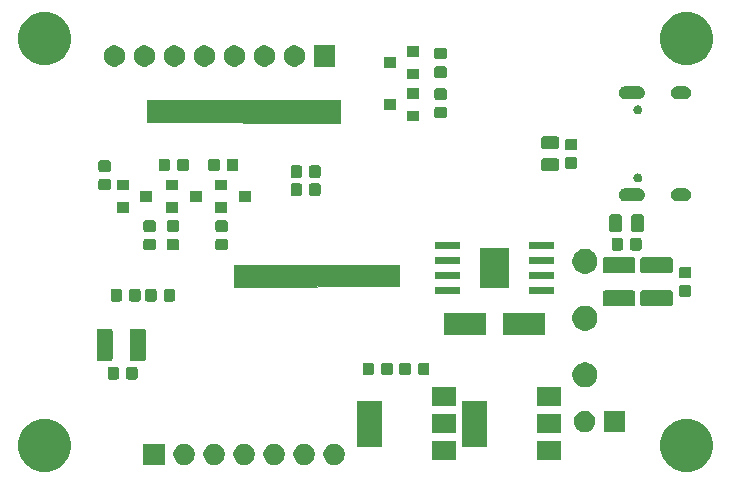
<source format=gbr>
G04 #@! TF.GenerationSoftware,KiCad,Pcbnew,(5.1.5)-2*
G04 #@! TF.CreationDate,2020-03-10T14:18:09+08:00*
G04 #@! TF.ProjectId,ESP32-sensorKit,45535033-322d-4736-956e-736f724b6974,rev?*
G04 #@! TF.SameCoordinates,Original*
G04 #@! TF.FileFunction,Soldermask,Bot*
G04 #@! TF.FilePolarity,Negative*
%FSLAX46Y46*%
G04 Gerber Fmt 4.6, Leading zero omitted, Abs format (unit mm)*
G04 Created by KiCad (PCBNEW (5.1.5)-2) date 2020-03-10 14:18:09*
%MOMM*%
%LPD*%
G04 APERTURE LIST*
%ADD10C,0.100000*%
G04 APERTURE END LIST*
D10*
G36*
X134493000Y-83561000D02*
G01*
X118173500Y-83497500D01*
X118173500Y-81592500D01*
X134493000Y-81592500D01*
X134493000Y-83561000D01*
G37*
X134493000Y-83561000D02*
X118173500Y-83497500D01*
X118173500Y-81592500D01*
X134493000Y-81592500D01*
X134493000Y-83561000D01*
G36*
X139509500Y-97404000D02*
G01*
X125539500Y-97467500D01*
X125539500Y-95626000D01*
X139509500Y-95626000D01*
X139509500Y-97404000D01*
G37*
X139509500Y-97404000D02*
X125539500Y-97467500D01*
X125539500Y-95626000D01*
X139509500Y-95626000D01*
X139509500Y-97404000D01*
G36*
X164105880Y-108625776D02*
G01*
X164486593Y-108701504D01*
X164896249Y-108871189D01*
X165264929Y-109117534D01*
X165578466Y-109431071D01*
X165824811Y-109799751D01*
X165994496Y-110209407D01*
X166081000Y-110644296D01*
X166081000Y-111087704D01*
X165994496Y-111522593D01*
X165824811Y-111932249D01*
X165578466Y-112300929D01*
X165264929Y-112614466D01*
X164896249Y-112860811D01*
X164486593Y-113030496D01*
X164105880Y-113106224D01*
X164051705Y-113117000D01*
X163608295Y-113117000D01*
X163554120Y-113106224D01*
X163173407Y-113030496D01*
X162763751Y-112860811D01*
X162395071Y-112614466D01*
X162081534Y-112300929D01*
X161835189Y-111932249D01*
X161665504Y-111522593D01*
X161579000Y-111087704D01*
X161579000Y-110644296D01*
X161665504Y-110209407D01*
X161835189Y-109799751D01*
X162081534Y-109431071D01*
X162395071Y-109117534D01*
X162763751Y-108871189D01*
X163173407Y-108701504D01*
X163554120Y-108625776D01*
X163608295Y-108615000D01*
X164051705Y-108615000D01*
X164105880Y-108625776D01*
G37*
G36*
X109749880Y-108625776D02*
G01*
X110130593Y-108701504D01*
X110540249Y-108871189D01*
X110908929Y-109117534D01*
X111222466Y-109431071D01*
X111468811Y-109799751D01*
X111638496Y-110209407D01*
X111725000Y-110644296D01*
X111725000Y-111087704D01*
X111638496Y-111522593D01*
X111468811Y-111932249D01*
X111222466Y-112300929D01*
X110908929Y-112614466D01*
X110540249Y-112860811D01*
X110130593Y-113030496D01*
X109749880Y-113106224D01*
X109695705Y-113117000D01*
X109252295Y-113117000D01*
X109198120Y-113106224D01*
X108817407Y-113030496D01*
X108407751Y-112860811D01*
X108039071Y-112614466D01*
X107725534Y-112300929D01*
X107479189Y-111932249D01*
X107309504Y-111522593D01*
X107223000Y-111087704D01*
X107223000Y-110644296D01*
X107309504Y-110209407D01*
X107479189Y-109799751D01*
X107725534Y-109431071D01*
X108039071Y-109117534D01*
X108407751Y-108871189D01*
X108817407Y-108701504D01*
X109198120Y-108625776D01*
X109252295Y-108615000D01*
X109695705Y-108615000D01*
X109749880Y-108625776D01*
G37*
G36*
X119646000Y-112529000D02*
G01*
X117844000Y-112529000D01*
X117844000Y-110727000D01*
X119646000Y-110727000D01*
X119646000Y-112529000D01*
G37*
G36*
X134098512Y-110731927D02*
G01*
X134247812Y-110761624D01*
X134411784Y-110829544D01*
X134559354Y-110928147D01*
X134684853Y-111053646D01*
X134783456Y-111201216D01*
X134851376Y-111365188D01*
X134886000Y-111539259D01*
X134886000Y-111716741D01*
X134851376Y-111890812D01*
X134783456Y-112054784D01*
X134684853Y-112202354D01*
X134559354Y-112327853D01*
X134411784Y-112426456D01*
X134247812Y-112494376D01*
X134098512Y-112524073D01*
X134073742Y-112529000D01*
X133896258Y-112529000D01*
X133871488Y-112524073D01*
X133722188Y-112494376D01*
X133558216Y-112426456D01*
X133410646Y-112327853D01*
X133285147Y-112202354D01*
X133186544Y-112054784D01*
X133118624Y-111890812D01*
X133084000Y-111716741D01*
X133084000Y-111539259D01*
X133118624Y-111365188D01*
X133186544Y-111201216D01*
X133285147Y-111053646D01*
X133410646Y-110928147D01*
X133558216Y-110829544D01*
X133722188Y-110761624D01*
X133871488Y-110731927D01*
X133896258Y-110727000D01*
X134073742Y-110727000D01*
X134098512Y-110731927D01*
G37*
G36*
X131558512Y-110731927D02*
G01*
X131707812Y-110761624D01*
X131871784Y-110829544D01*
X132019354Y-110928147D01*
X132144853Y-111053646D01*
X132243456Y-111201216D01*
X132311376Y-111365188D01*
X132346000Y-111539259D01*
X132346000Y-111716741D01*
X132311376Y-111890812D01*
X132243456Y-112054784D01*
X132144853Y-112202354D01*
X132019354Y-112327853D01*
X131871784Y-112426456D01*
X131707812Y-112494376D01*
X131558512Y-112524073D01*
X131533742Y-112529000D01*
X131356258Y-112529000D01*
X131331488Y-112524073D01*
X131182188Y-112494376D01*
X131018216Y-112426456D01*
X130870646Y-112327853D01*
X130745147Y-112202354D01*
X130646544Y-112054784D01*
X130578624Y-111890812D01*
X130544000Y-111716741D01*
X130544000Y-111539259D01*
X130578624Y-111365188D01*
X130646544Y-111201216D01*
X130745147Y-111053646D01*
X130870646Y-110928147D01*
X131018216Y-110829544D01*
X131182188Y-110761624D01*
X131331488Y-110731927D01*
X131356258Y-110727000D01*
X131533742Y-110727000D01*
X131558512Y-110731927D01*
G37*
G36*
X129018512Y-110731927D02*
G01*
X129167812Y-110761624D01*
X129331784Y-110829544D01*
X129479354Y-110928147D01*
X129604853Y-111053646D01*
X129703456Y-111201216D01*
X129771376Y-111365188D01*
X129806000Y-111539259D01*
X129806000Y-111716741D01*
X129771376Y-111890812D01*
X129703456Y-112054784D01*
X129604853Y-112202354D01*
X129479354Y-112327853D01*
X129331784Y-112426456D01*
X129167812Y-112494376D01*
X129018512Y-112524073D01*
X128993742Y-112529000D01*
X128816258Y-112529000D01*
X128791488Y-112524073D01*
X128642188Y-112494376D01*
X128478216Y-112426456D01*
X128330646Y-112327853D01*
X128205147Y-112202354D01*
X128106544Y-112054784D01*
X128038624Y-111890812D01*
X128004000Y-111716741D01*
X128004000Y-111539259D01*
X128038624Y-111365188D01*
X128106544Y-111201216D01*
X128205147Y-111053646D01*
X128330646Y-110928147D01*
X128478216Y-110829544D01*
X128642188Y-110761624D01*
X128791488Y-110731927D01*
X128816258Y-110727000D01*
X128993742Y-110727000D01*
X129018512Y-110731927D01*
G37*
G36*
X123938512Y-110731927D02*
G01*
X124087812Y-110761624D01*
X124251784Y-110829544D01*
X124399354Y-110928147D01*
X124524853Y-111053646D01*
X124623456Y-111201216D01*
X124691376Y-111365188D01*
X124726000Y-111539259D01*
X124726000Y-111716741D01*
X124691376Y-111890812D01*
X124623456Y-112054784D01*
X124524853Y-112202354D01*
X124399354Y-112327853D01*
X124251784Y-112426456D01*
X124087812Y-112494376D01*
X123938512Y-112524073D01*
X123913742Y-112529000D01*
X123736258Y-112529000D01*
X123711488Y-112524073D01*
X123562188Y-112494376D01*
X123398216Y-112426456D01*
X123250646Y-112327853D01*
X123125147Y-112202354D01*
X123026544Y-112054784D01*
X122958624Y-111890812D01*
X122924000Y-111716741D01*
X122924000Y-111539259D01*
X122958624Y-111365188D01*
X123026544Y-111201216D01*
X123125147Y-111053646D01*
X123250646Y-110928147D01*
X123398216Y-110829544D01*
X123562188Y-110761624D01*
X123711488Y-110731927D01*
X123736258Y-110727000D01*
X123913742Y-110727000D01*
X123938512Y-110731927D01*
G37*
G36*
X121398512Y-110731927D02*
G01*
X121547812Y-110761624D01*
X121711784Y-110829544D01*
X121859354Y-110928147D01*
X121984853Y-111053646D01*
X122083456Y-111201216D01*
X122151376Y-111365188D01*
X122186000Y-111539259D01*
X122186000Y-111716741D01*
X122151376Y-111890812D01*
X122083456Y-112054784D01*
X121984853Y-112202354D01*
X121859354Y-112327853D01*
X121711784Y-112426456D01*
X121547812Y-112494376D01*
X121398512Y-112524073D01*
X121373742Y-112529000D01*
X121196258Y-112529000D01*
X121171488Y-112524073D01*
X121022188Y-112494376D01*
X120858216Y-112426456D01*
X120710646Y-112327853D01*
X120585147Y-112202354D01*
X120486544Y-112054784D01*
X120418624Y-111890812D01*
X120384000Y-111716741D01*
X120384000Y-111539259D01*
X120418624Y-111365188D01*
X120486544Y-111201216D01*
X120585147Y-111053646D01*
X120710646Y-110928147D01*
X120858216Y-110829544D01*
X121022188Y-110761624D01*
X121171488Y-110731927D01*
X121196258Y-110727000D01*
X121373742Y-110727000D01*
X121398512Y-110731927D01*
G37*
G36*
X126478512Y-110731927D02*
G01*
X126627812Y-110761624D01*
X126791784Y-110829544D01*
X126939354Y-110928147D01*
X127064853Y-111053646D01*
X127163456Y-111201216D01*
X127231376Y-111365188D01*
X127266000Y-111539259D01*
X127266000Y-111716741D01*
X127231376Y-111890812D01*
X127163456Y-112054784D01*
X127064853Y-112202354D01*
X126939354Y-112327853D01*
X126791784Y-112426456D01*
X126627812Y-112494376D01*
X126478512Y-112524073D01*
X126453742Y-112529000D01*
X126276258Y-112529000D01*
X126251488Y-112524073D01*
X126102188Y-112494376D01*
X125938216Y-112426456D01*
X125790646Y-112327853D01*
X125665147Y-112202354D01*
X125566544Y-112054784D01*
X125498624Y-111890812D01*
X125464000Y-111716741D01*
X125464000Y-111539259D01*
X125498624Y-111365188D01*
X125566544Y-111201216D01*
X125665147Y-111053646D01*
X125790646Y-110928147D01*
X125938216Y-110829544D01*
X126102188Y-110761624D01*
X126251488Y-110731927D01*
X126276258Y-110727000D01*
X126453742Y-110727000D01*
X126478512Y-110731927D01*
G37*
G36*
X144345500Y-112125500D02*
G01*
X142243500Y-112125500D01*
X142243500Y-110523500D01*
X144345500Y-110523500D01*
X144345500Y-112125500D01*
G37*
G36*
X153235500Y-112125500D02*
G01*
X151133500Y-112125500D01*
X151133500Y-110523500D01*
X153235500Y-110523500D01*
X153235500Y-112125500D01*
G37*
G36*
X146935500Y-110975500D02*
G01*
X144833500Y-110975500D01*
X144833500Y-107073500D01*
X146935500Y-107073500D01*
X146935500Y-110975500D01*
G37*
G36*
X138045500Y-110975500D02*
G01*
X135943500Y-110975500D01*
X135943500Y-107073500D01*
X138045500Y-107073500D01*
X138045500Y-110975500D01*
G37*
G36*
X153235500Y-109825500D02*
G01*
X151133500Y-109825500D01*
X151133500Y-108223500D01*
X153235500Y-108223500D01*
X153235500Y-109825500D01*
G37*
G36*
X144345500Y-109825500D02*
G01*
X142243500Y-109825500D01*
X142243500Y-108223500D01*
X144345500Y-108223500D01*
X144345500Y-109825500D01*
G37*
G36*
X158635000Y-109735000D02*
G01*
X156833000Y-109735000D01*
X156833000Y-107933000D01*
X158635000Y-107933000D01*
X158635000Y-109735000D01*
G37*
G36*
X155307512Y-107937927D02*
G01*
X155456812Y-107967624D01*
X155620784Y-108035544D01*
X155768354Y-108134147D01*
X155893853Y-108259646D01*
X155992456Y-108407216D01*
X156060376Y-108571188D01*
X156095000Y-108745259D01*
X156095000Y-108922741D01*
X156060376Y-109096812D01*
X155992456Y-109260784D01*
X155893853Y-109408354D01*
X155768354Y-109533853D01*
X155620784Y-109632456D01*
X155456812Y-109700376D01*
X155307512Y-109730073D01*
X155282742Y-109735000D01*
X155105258Y-109735000D01*
X155080488Y-109730073D01*
X154931188Y-109700376D01*
X154767216Y-109632456D01*
X154619646Y-109533853D01*
X154494147Y-109408354D01*
X154395544Y-109260784D01*
X154327624Y-109096812D01*
X154293000Y-108922741D01*
X154293000Y-108745259D01*
X154327624Y-108571188D01*
X154395544Y-108407216D01*
X154494147Y-108259646D01*
X154619646Y-108134147D01*
X154767216Y-108035544D01*
X154931188Y-107967624D01*
X155080488Y-107937927D01*
X155105258Y-107933000D01*
X155282742Y-107933000D01*
X155307512Y-107937927D01*
G37*
G36*
X144345500Y-107525500D02*
G01*
X142243500Y-107525500D01*
X142243500Y-105923500D01*
X144345500Y-105923500D01*
X144345500Y-107525500D01*
G37*
G36*
X153235500Y-107525500D02*
G01*
X151133500Y-107525500D01*
X151133500Y-105923500D01*
X153235500Y-105923500D01*
X153235500Y-107525500D01*
G37*
G36*
X155525964Y-103885189D02*
G01*
X155668212Y-103944110D01*
X155717235Y-103964416D01*
X155791113Y-104013780D01*
X155889373Y-104079435D01*
X156035765Y-104225827D01*
X156150785Y-104397967D01*
X156230011Y-104589236D01*
X156270400Y-104792284D01*
X156270400Y-104999316D01*
X156230011Y-105202364D01*
X156150785Y-105393633D01*
X156150784Y-105393635D01*
X156035765Y-105565773D01*
X155889373Y-105712165D01*
X155717235Y-105827184D01*
X155717234Y-105827185D01*
X155717233Y-105827185D01*
X155525964Y-105906411D01*
X155322916Y-105946800D01*
X155115884Y-105946800D01*
X154912836Y-105906411D01*
X154721567Y-105827185D01*
X154721566Y-105827185D01*
X154721565Y-105827184D01*
X154549427Y-105712165D01*
X154403035Y-105565773D01*
X154288016Y-105393635D01*
X154288015Y-105393633D01*
X154208789Y-105202364D01*
X154168400Y-104999316D01*
X154168400Y-104792284D01*
X154208789Y-104589236D01*
X154288015Y-104397967D01*
X154403035Y-104225827D01*
X154549427Y-104079435D01*
X154647687Y-104013780D01*
X154721565Y-103964416D01*
X154770588Y-103944110D01*
X154912836Y-103885189D01*
X155115884Y-103844800D01*
X155322916Y-103844800D01*
X155525964Y-103885189D01*
G37*
G36*
X115632591Y-104248085D02*
G01*
X115666569Y-104258393D01*
X115697890Y-104275134D01*
X115725339Y-104297661D01*
X115747866Y-104325110D01*
X115764607Y-104356431D01*
X115774915Y-104390409D01*
X115779000Y-104431890D01*
X115779000Y-105108110D01*
X115774915Y-105149591D01*
X115764607Y-105183569D01*
X115747866Y-105214890D01*
X115725339Y-105242339D01*
X115697890Y-105264866D01*
X115666569Y-105281607D01*
X115632591Y-105291915D01*
X115591110Y-105296000D01*
X114989890Y-105296000D01*
X114948409Y-105291915D01*
X114914431Y-105281607D01*
X114883110Y-105264866D01*
X114855661Y-105242339D01*
X114833134Y-105214890D01*
X114816393Y-105183569D01*
X114806085Y-105149591D01*
X114802000Y-105108110D01*
X114802000Y-104431890D01*
X114806085Y-104390409D01*
X114816393Y-104356431D01*
X114833134Y-104325110D01*
X114855661Y-104297661D01*
X114883110Y-104275134D01*
X114914431Y-104258393D01*
X114948409Y-104248085D01*
X114989890Y-104244000D01*
X115591110Y-104244000D01*
X115632591Y-104248085D01*
G37*
G36*
X117207591Y-104248085D02*
G01*
X117241569Y-104258393D01*
X117272890Y-104275134D01*
X117300339Y-104297661D01*
X117322866Y-104325110D01*
X117339607Y-104356431D01*
X117349915Y-104390409D01*
X117354000Y-104431890D01*
X117354000Y-105108110D01*
X117349915Y-105149591D01*
X117339607Y-105183569D01*
X117322866Y-105214890D01*
X117300339Y-105242339D01*
X117272890Y-105264866D01*
X117241569Y-105281607D01*
X117207591Y-105291915D01*
X117166110Y-105296000D01*
X116564890Y-105296000D01*
X116523409Y-105291915D01*
X116489431Y-105281607D01*
X116458110Y-105264866D01*
X116430661Y-105242339D01*
X116408134Y-105214890D01*
X116391393Y-105183569D01*
X116381085Y-105149591D01*
X116377000Y-105108110D01*
X116377000Y-104431890D01*
X116381085Y-104390409D01*
X116391393Y-104356431D01*
X116408134Y-104325110D01*
X116430661Y-104297661D01*
X116458110Y-104275134D01*
X116489431Y-104258393D01*
X116523409Y-104248085D01*
X116564890Y-104244000D01*
X117166110Y-104244000D01*
X117207591Y-104248085D01*
G37*
G36*
X141909091Y-103867085D02*
G01*
X141943069Y-103877393D01*
X141974390Y-103894134D01*
X142001839Y-103916661D01*
X142024366Y-103944110D01*
X142041107Y-103975431D01*
X142051415Y-104009409D01*
X142055500Y-104050890D01*
X142055500Y-104727110D01*
X142051415Y-104768591D01*
X142041107Y-104802569D01*
X142024366Y-104833890D01*
X142001839Y-104861339D01*
X141974390Y-104883866D01*
X141943069Y-104900607D01*
X141909091Y-104910915D01*
X141867610Y-104915000D01*
X141266390Y-104915000D01*
X141224909Y-104910915D01*
X141190931Y-104900607D01*
X141159610Y-104883866D01*
X141132161Y-104861339D01*
X141109634Y-104833890D01*
X141092893Y-104802569D01*
X141082585Y-104768591D01*
X141078500Y-104727110D01*
X141078500Y-104050890D01*
X141082585Y-104009409D01*
X141092893Y-103975431D01*
X141109634Y-103944110D01*
X141132161Y-103916661D01*
X141159610Y-103894134D01*
X141190931Y-103877393D01*
X141224909Y-103867085D01*
X141266390Y-103863000D01*
X141867610Y-103863000D01*
X141909091Y-103867085D01*
G37*
G36*
X137222591Y-103867085D02*
G01*
X137256569Y-103877393D01*
X137287890Y-103894134D01*
X137315339Y-103916661D01*
X137337866Y-103944110D01*
X137354607Y-103975431D01*
X137364915Y-104009409D01*
X137369000Y-104050890D01*
X137369000Y-104727110D01*
X137364915Y-104768591D01*
X137354607Y-104802569D01*
X137337866Y-104833890D01*
X137315339Y-104861339D01*
X137287890Y-104883866D01*
X137256569Y-104900607D01*
X137222591Y-104910915D01*
X137181110Y-104915000D01*
X136579890Y-104915000D01*
X136538409Y-104910915D01*
X136504431Y-104900607D01*
X136473110Y-104883866D01*
X136445661Y-104861339D01*
X136423134Y-104833890D01*
X136406393Y-104802569D01*
X136396085Y-104768591D01*
X136392000Y-104727110D01*
X136392000Y-104050890D01*
X136396085Y-104009409D01*
X136406393Y-103975431D01*
X136423134Y-103944110D01*
X136445661Y-103916661D01*
X136473110Y-103894134D01*
X136504431Y-103877393D01*
X136538409Y-103867085D01*
X136579890Y-103863000D01*
X137181110Y-103863000D01*
X137222591Y-103867085D01*
G37*
G36*
X138797591Y-103867085D02*
G01*
X138831569Y-103877393D01*
X138862890Y-103894134D01*
X138890339Y-103916661D01*
X138912866Y-103944110D01*
X138929607Y-103975431D01*
X138939915Y-104009409D01*
X138944000Y-104050890D01*
X138944000Y-104727110D01*
X138939915Y-104768591D01*
X138929607Y-104802569D01*
X138912866Y-104833890D01*
X138890339Y-104861339D01*
X138862890Y-104883866D01*
X138831569Y-104900607D01*
X138797591Y-104910915D01*
X138756110Y-104915000D01*
X138154890Y-104915000D01*
X138113409Y-104910915D01*
X138079431Y-104900607D01*
X138048110Y-104883866D01*
X138020661Y-104861339D01*
X137998134Y-104833890D01*
X137981393Y-104802569D01*
X137971085Y-104768591D01*
X137967000Y-104727110D01*
X137967000Y-104050890D01*
X137971085Y-104009409D01*
X137981393Y-103975431D01*
X137998134Y-103944110D01*
X138020661Y-103916661D01*
X138048110Y-103894134D01*
X138079431Y-103877393D01*
X138113409Y-103867085D01*
X138154890Y-103863000D01*
X138756110Y-103863000D01*
X138797591Y-103867085D01*
G37*
G36*
X140334091Y-103867085D02*
G01*
X140368069Y-103877393D01*
X140399390Y-103894134D01*
X140426839Y-103916661D01*
X140449366Y-103944110D01*
X140466107Y-103975431D01*
X140476415Y-104009409D01*
X140480500Y-104050890D01*
X140480500Y-104727110D01*
X140476415Y-104768591D01*
X140466107Y-104802569D01*
X140449366Y-104833890D01*
X140426839Y-104861339D01*
X140399390Y-104883866D01*
X140368069Y-104900607D01*
X140334091Y-104910915D01*
X140292610Y-104915000D01*
X139691390Y-104915000D01*
X139649909Y-104910915D01*
X139615931Y-104900607D01*
X139584610Y-104883866D01*
X139557161Y-104861339D01*
X139534634Y-104833890D01*
X139517893Y-104802569D01*
X139507585Y-104768591D01*
X139503500Y-104727110D01*
X139503500Y-104050890D01*
X139507585Y-104009409D01*
X139517893Y-103975431D01*
X139534634Y-103944110D01*
X139557161Y-103916661D01*
X139584610Y-103894134D01*
X139615931Y-103877393D01*
X139649909Y-103867085D01*
X139691390Y-103863000D01*
X140292610Y-103863000D01*
X140334091Y-103867085D01*
G37*
G36*
X115069604Y-100985347D02*
G01*
X115106144Y-100996432D01*
X115139821Y-101014433D01*
X115169341Y-101038659D01*
X115193567Y-101068179D01*
X115211568Y-101101856D01*
X115222653Y-101138396D01*
X115227000Y-101182538D01*
X115227000Y-103531462D01*
X115222653Y-103575604D01*
X115211568Y-103612144D01*
X115193567Y-103645821D01*
X115169341Y-103675341D01*
X115139821Y-103699567D01*
X115106144Y-103717568D01*
X115069604Y-103728653D01*
X115025462Y-103733000D01*
X114076538Y-103733000D01*
X114032396Y-103728653D01*
X113995856Y-103717568D01*
X113962179Y-103699567D01*
X113932659Y-103675341D01*
X113908433Y-103645821D01*
X113890432Y-103612144D01*
X113879347Y-103575604D01*
X113875000Y-103531462D01*
X113875000Y-101182538D01*
X113879347Y-101138396D01*
X113890432Y-101101856D01*
X113908433Y-101068179D01*
X113932659Y-101038659D01*
X113962179Y-101014433D01*
X113995856Y-100996432D01*
X114032396Y-100985347D01*
X114076538Y-100981000D01*
X115025462Y-100981000D01*
X115069604Y-100985347D01*
G37*
G36*
X117869604Y-100985347D02*
G01*
X117906144Y-100996432D01*
X117939821Y-101014433D01*
X117969341Y-101038659D01*
X117993567Y-101068179D01*
X118011568Y-101101856D01*
X118022653Y-101138396D01*
X118027000Y-101182538D01*
X118027000Y-103531462D01*
X118022653Y-103575604D01*
X118011568Y-103612144D01*
X117993567Y-103645821D01*
X117969341Y-103675341D01*
X117939821Y-103699567D01*
X117906144Y-103717568D01*
X117869604Y-103728653D01*
X117825462Y-103733000D01*
X116876538Y-103733000D01*
X116832396Y-103728653D01*
X116795856Y-103717568D01*
X116762179Y-103699567D01*
X116732659Y-103675341D01*
X116708433Y-103645821D01*
X116690432Y-103612144D01*
X116679347Y-103575604D01*
X116675000Y-103531462D01*
X116675000Y-101182538D01*
X116679347Y-101138396D01*
X116690432Y-101101856D01*
X116708433Y-101068179D01*
X116732659Y-101038659D01*
X116762179Y-101014433D01*
X116795856Y-100996432D01*
X116832396Y-100985347D01*
X116876538Y-100981000D01*
X117825462Y-100981000D01*
X117869604Y-100985347D01*
G37*
G36*
X151875000Y-101530000D02*
G01*
X148273000Y-101530000D01*
X148273000Y-99628000D01*
X151875000Y-99628000D01*
X151875000Y-101530000D01*
G37*
G36*
X146875000Y-101530000D02*
G01*
X143273000Y-101530000D01*
X143273000Y-99628000D01*
X146875000Y-99628000D01*
X146875000Y-101530000D01*
G37*
G36*
X155525964Y-99085189D02*
G01*
X155717233Y-99164415D01*
X155717235Y-99164416D01*
X155889373Y-99279435D01*
X156035765Y-99425827D01*
X156150785Y-99597967D01*
X156230011Y-99789236D01*
X156270400Y-99992284D01*
X156270400Y-100199316D01*
X156230011Y-100402364D01*
X156150785Y-100593633D01*
X156150784Y-100593635D01*
X156035765Y-100765773D01*
X155889373Y-100912165D01*
X155717235Y-101027184D01*
X155717234Y-101027185D01*
X155717233Y-101027185D01*
X155525964Y-101106411D01*
X155322916Y-101146800D01*
X155115884Y-101146800D01*
X154912836Y-101106411D01*
X154721567Y-101027185D01*
X154721566Y-101027185D01*
X154721565Y-101027184D01*
X154549427Y-100912165D01*
X154403035Y-100765773D01*
X154288016Y-100593635D01*
X154288015Y-100593633D01*
X154208789Y-100402364D01*
X154168400Y-100199316D01*
X154168400Y-99992284D01*
X154208789Y-99789236D01*
X154288015Y-99597967D01*
X154403035Y-99425827D01*
X154549427Y-99279435D01*
X154721565Y-99164416D01*
X154721567Y-99164415D01*
X154912836Y-99085189D01*
X155115884Y-99044800D01*
X155322916Y-99044800D01*
X155525964Y-99085189D01*
G37*
G36*
X162508604Y-97751347D02*
G01*
X162545144Y-97762432D01*
X162578821Y-97780433D01*
X162608341Y-97804659D01*
X162632567Y-97834179D01*
X162650568Y-97867856D01*
X162661653Y-97904396D01*
X162666000Y-97948538D01*
X162666000Y-98897462D01*
X162661653Y-98941604D01*
X162650568Y-98978144D01*
X162632567Y-99011821D01*
X162608341Y-99041341D01*
X162578821Y-99065567D01*
X162545144Y-99083568D01*
X162508604Y-99094653D01*
X162464462Y-99099000D01*
X160115538Y-99099000D01*
X160071396Y-99094653D01*
X160034856Y-99083568D01*
X160001179Y-99065567D01*
X159971659Y-99041341D01*
X159947433Y-99011821D01*
X159929432Y-98978144D01*
X159918347Y-98941604D01*
X159914000Y-98897462D01*
X159914000Y-97948538D01*
X159918347Y-97904396D01*
X159929432Y-97867856D01*
X159947433Y-97834179D01*
X159971659Y-97804659D01*
X160001179Y-97780433D01*
X160034856Y-97762432D01*
X160071396Y-97751347D01*
X160115538Y-97747000D01*
X162464462Y-97747000D01*
X162508604Y-97751347D01*
G37*
G36*
X159333604Y-97751347D02*
G01*
X159370144Y-97762432D01*
X159403821Y-97780433D01*
X159433341Y-97804659D01*
X159457567Y-97834179D01*
X159475568Y-97867856D01*
X159486653Y-97904396D01*
X159491000Y-97948538D01*
X159491000Y-98897462D01*
X159486653Y-98941604D01*
X159475568Y-98978144D01*
X159457567Y-99011821D01*
X159433341Y-99041341D01*
X159403821Y-99065567D01*
X159370144Y-99083568D01*
X159333604Y-99094653D01*
X159289462Y-99099000D01*
X156940538Y-99099000D01*
X156896396Y-99094653D01*
X156859856Y-99083568D01*
X156826179Y-99065567D01*
X156796659Y-99041341D01*
X156772433Y-99011821D01*
X156754432Y-98978144D01*
X156743347Y-98941604D01*
X156739000Y-98897462D01*
X156739000Y-97948538D01*
X156743347Y-97904396D01*
X156754432Y-97867856D01*
X156772433Y-97834179D01*
X156796659Y-97804659D01*
X156826179Y-97780433D01*
X156859856Y-97762432D01*
X156896396Y-97751347D01*
X156940538Y-97747000D01*
X159289462Y-97747000D01*
X159333604Y-97751347D01*
G37*
G36*
X115886591Y-97644085D02*
G01*
X115920569Y-97654393D01*
X115951890Y-97671134D01*
X115979339Y-97693661D01*
X116001866Y-97721110D01*
X116018607Y-97752431D01*
X116028915Y-97786409D01*
X116033000Y-97827890D01*
X116033000Y-98504110D01*
X116028915Y-98545591D01*
X116018607Y-98579569D01*
X116001866Y-98610890D01*
X115979339Y-98638339D01*
X115951890Y-98660866D01*
X115920569Y-98677607D01*
X115886591Y-98687915D01*
X115845110Y-98692000D01*
X115243890Y-98692000D01*
X115202409Y-98687915D01*
X115168431Y-98677607D01*
X115137110Y-98660866D01*
X115109661Y-98638339D01*
X115087134Y-98610890D01*
X115070393Y-98579569D01*
X115060085Y-98545591D01*
X115056000Y-98504110D01*
X115056000Y-97827890D01*
X115060085Y-97786409D01*
X115070393Y-97752431D01*
X115087134Y-97721110D01*
X115109661Y-97693661D01*
X115137110Y-97671134D01*
X115168431Y-97654393D01*
X115202409Y-97644085D01*
X115243890Y-97640000D01*
X115845110Y-97640000D01*
X115886591Y-97644085D01*
G37*
G36*
X120382591Y-97644085D02*
G01*
X120416569Y-97654393D01*
X120447890Y-97671134D01*
X120475339Y-97693661D01*
X120497866Y-97721110D01*
X120514607Y-97752431D01*
X120524915Y-97786409D01*
X120529000Y-97827890D01*
X120529000Y-98504110D01*
X120524915Y-98545591D01*
X120514607Y-98579569D01*
X120497866Y-98610890D01*
X120475339Y-98638339D01*
X120447890Y-98660866D01*
X120416569Y-98677607D01*
X120382591Y-98687915D01*
X120341110Y-98692000D01*
X119739890Y-98692000D01*
X119698409Y-98687915D01*
X119664431Y-98677607D01*
X119633110Y-98660866D01*
X119605661Y-98638339D01*
X119583134Y-98610890D01*
X119566393Y-98579569D01*
X119556085Y-98545591D01*
X119552000Y-98504110D01*
X119552000Y-97827890D01*
X119556085Y-97786409D01*
X119566393Y-97752431D01*
X119583134Y-97721110D01*
X119605661Y-97693661D01*
X119633110Y-97671134D01*
X119664431Y-97654393D01*
X119698409Y-97644085D01*
X119739890Y-97640000D01*
X120341110Y-97640000D01*
X120382591Y-97644085D01*
G37*
G36*
X118807591Y-97644085D02*
G01*
X118841569Y-97654393D01*
X118872890Y-97671134D01*
X118900339Y-97693661D01*
X118922866Y-97721110D01*
X118939607Y-97752431D01*
X118949915Y-97786409D01*
X118954000Y-97827890D01*
X118954000Y-98504110D01*
X118949915Y-98545591D01*
X118939607Y-98579569D01*
X118922866Y-98610890D01*
X118900339Y-98638339D01*
X118872890Y-98660866D01*
X118841569Y-98677607D01*
X118807591Y-98687915D01*
X118766110Y-98692000D01*
X118164890Y-98692000D01*
X118123409Y-98687915D01*
X118089431Y-98677607D01*
X118058110Y-98660866D01*
X118030661Y-98638339D01*
X118008134Y-98610890D01*
X117991393Y-98579569D01*
X117981085Y-98545591D01*
X117977000Y-98504110D01*
X117977000Y-97827890D01*
X117981085Y-97786409D01*
X117991393Y-97752431D01*
X118008134Y-97721110D01*
X118030661Y-97693661D01*
X118058110Y-97671134D01*
X118089431Y-97654393D01*
X118123409Y-97644085D01*
X118164890Y-97640000D01*
X118766110Y-97640000D01*
X118807591Y-97644085D01*
G37*
G36*
X117461591Y-97644085D02*
G01*
X117495569Y-97654393D01*
X117526890Y-97671134D01*
X117554339Y-97693661D01*
X117576866Y-97721110D01*
X117593607Y-97752431D01*
X117603915Y-97786409D01*
X117608000Y-97827890D01*
X117608000Y-98504110D01*
X117603915Y-98545591D01*
X117593607Y-98579569D01*
X117576866Y-98610890D01*
X117554339Y-98638339D01*
X117526890Y-98660866D01*
X117495569Y-98677607D01*
X117461591Y-98687915D01*
X117420110Y-98692000D01*
X116818890Y-98692000D01*
X116777409Y-98687915D01*
X116743431Y-98677607D01*
X116712110Y-98660866D01*
X116684661Y-98638339D01*
X116662134Y-98610890D01*
X116645393Y-98579569D01*
X116635085Y-98545591D01*
X116631000Y-98504110D01*
X116631000Y-97827890D01*
X116635085Y-97786409D01*
X116645393Y-97752431D01*
X116662134Y-97721110D01*
X116684661Y-97693661D01*
X116712110Y-97671134D01*
X116743431Y-97654393D01*
X116777409Y-97644085D01*
X116818890Y-97640000D01*
X117420110Y-97640000D01*
X117461591Y-97644085D01*
G37*
G36*
X164082591Y-97326085D02*
G01*
X164116569Y-97336393D01*
X164147890Y-97353134D01*
X164175339Y-97375661D01*
X164197866Y-97403110D01*
X164214607Y-97434431D01*
X164224915Y-97468409D01*
X164229000Y-97509890D01*
X164229000Y-98111110D01*
X164224915Y-98152591D01*
X164214607Y-98186569D01*
X164197866Y-98217890D01*
X164175339Y-98245339D01*
X164147890Y-98267866D01*
X164116569Y-98284607D01*
X164082591Y-98294915D01*
X164041110Y-98299000D01*
X163364890Y-98299000D01*
X163323409Y-98294915D01*
X163289431Y-98284607D01*
X163258110Y-98267866D01*
X163230661Y-98245339D01*
X163208134Y-98217890D01*
X163191393Y-98186569D01*
X163181085Y-98152591D01*
X163177000Y-98111110D01*
X163177000Y-97509890D01*
X163181085Y-97468409D01*
X163191393Y-97434431D01*
X163208134Y-97403110D01*
X163230661Y-97375661D01*
X163258110Y-97353134D01*
X163289431Y-97336393D01*
X163323409Y-97326085D01*
X163364890Y-97322000D01*
X164041110Y-97322000D01*
X164082591Y-97326085D01*
G37*
G36*
X152625000Y-98091000D02*
G01*
X150523000Y-98091000D01*
X150523000Y-97479000D01*
X152625000Y-97479000D01*
X152625000Y-98091000D01*
G37*
G36*
X144625000Y-98091000D02*
G01*
X142523000Y-98091000D01*
X142523000Y-97479000D01*
X144625000Y-97479000D01*
X144625000Y-98091000D01*
G37*
G36*
X148831500Y-97582000D02*
G01*
X146316500Y-97582000D01*
X146316500Y-94178000D01*
X148831500Y-94178000D01*
X148831500Y-97582000D01*
G37*
G36*
X152625000Y-96821000D02*
G01*
X150523000Y-96821000D01*
X150523000Y-96209000D01*
X152625000Y-96209000D01*
X152625000Y-96821000D01*
G37*
G36*
X144625000Y-96821000D02*
G01*
X142523000Y-96821000D01*
X142523000Y-96209000D01*
X144625000Y-96209000D01*
X144625000Y-96821000D01*
G37*
G36*
X164082591Y-95751085D02*
G01*
X164116569Y-95761393D01*
X164147890Y-95778134D01*
X164175339Y-95800661D01*
X164197866Y-95828110D01*
X164214607Y-95859431D01*
X164224915Y-95893409D01*
X164229000Y-95934890D01*
X164229000Y-96536110D01*
X164224915Y-96577591D01*
X164214607Y-96611569D01*
X164197866Y-96642890D01*
X164175339Y-96670339D01*
X164147890Y-96692866D01*
X164116569Y-96709607D01*
X164082591Y-96719915D01*
X164041110Y-96724000D01*
X163364890Y-96724000D01*
X163323409Y-96719915D01*
X163289431Y-96709607D01*
X163258110Y-96692866D01*
X163230661Y-96670339D01*
X163208134Y-96642890D01*
X163191393Y-96611569D01*
X163181085Y-96577591D01*
X163177000Y-96536110D01*
X163177000Y-95934890D01*
X163181085Y-95893409D01*
X163191393Y-95859431D01*
X163208134Y-95828110D01*
X163230661Y-95800661D01*
X163258110Y-95778134D01*
X163289431Y-95761393D01*
X163323409Y-95751085D01*
X163364890Y-95747000D01*
X164041110Y-95747000D01*
X164082591Y-95751085D01*
G37*
G36*
X155525964Y-94285189D02*
G01*
X155717233Y-94364415D01*
X155717235Y-94364416D01*
X155731578Y-94374000D01*
X155889373Y-94479435D01*
X156035765Y-94625827D01*
X156150785Y-94797967D01*
X156230011Y-94989236D01*
X156270400Y-95192284D01*
X156270400Y-95399316D01*
X156230011Y-95602364D01*
X156170101Y-95747000D01*
X156150784Y-95793635D01*
X156035765Y-95965773D01*
X155889373Y-96112165D01*
X155717235Y-96227184D01*
X155717234Y-96227185D01*
X155717233Y-96227185D01*
X155525964Y-96306411D01*
X155322916Y-96346800D01*
X155115884Y-96346800D01*
X154912836Y-96306411D01*
X154721567Y-96227185D01*
X154721566Y-96227185D01*
X154721565Y-96227184D01*
X154549427Y-96112165D01*
X154403035Y-95965773D01*
X154288016Y-95793635D01*
X154268699Y-95747000D01*
X154208789Y-95602364D01*
X154168400Y-95399316D01*
X154168400Y-95192284D01*
X154208789Y-94989236D01*
X154288015Y-94797967D01*
X154403035Y-94625827D01*
X154549427Y-94479435D01*
X154707222Y-94374000D01*
X154721565Y-94364416D01*
X154721567Y-94364415D01*
X154912836Y-94285189D01*
X155115884Y-94244800D01*
X155322916Y-94244800D01*
X155525964Y-94285189D01*
G37*
G36*
X159333604Y-94951347D02*
G01*
X159370144Y-94962432D01*
X159403821Y-94980433D01*
X159433341Y-95004659D01*
X159457567Y-95034179D01*
X159475568Y-95067856D01*
X159486653Y-95104396D01*
X159491000Y-95148538D01*
X159491000Y-96097462D01*
X159486653Y-96141604D01*
X159475568Y-96178144D01*
X159457567Y-96211821D01*
X159433341Y-96241341D01*
X159403821Y-96265567D01*
X159370144Y-96283568D01*
X159333604Y-96294653D01*
X159289462Y-96299000D01*
X156940538Y-96299000D01*
X156896396Y-96294653D01*
X156859856Y-96283568D01*
X156826179Y-96265567D01*
X156796659Y-96241341D01*
X156772433Y-96211821D01*
X156754432Y-96178144D01*
X156743347Y-96141604D01*
X156739000Y-96097462D01*
X156739000Y-95148538D01*
X156743347Y-95104396D01*
X156754432Y-95067856D01*
X156772433Y-95034179D01*
X156796659Y-95004659D01*
X156826179Y-94980433D01*
X156859856Y-94962432D01*
X156896396Y-94951347D01*
X156940538Y-94947000D01*
X159289462Y-94947000D01*
X159333604Y-94951347D01*
G37*
G36*
X162508604Y-94951347D02*
G01*
X162545144Y-94962432D01*
X162578821Y-94980433D01*
X162608341Y-95004659D01*
X162632567Y-95034179D01*
X162650568Y-95067856D01*
X162661653Y-95104396D01*
X162666000Y-95148538D01*
X162666000Y-96097462D01*
X162661653Y-96141604D01*
X162650568Y-96178144D01*
X162632567Y-96211821D01*
X162608341Y-96241341D01*
X162578821Y-96265567D01*
X162545144Y-96283568D01*
X162508604Y-96294653D01*
X162464462Y-96299000D01*
X160115538Y-96299000D01*
X160071396Y-96294653D01*
X160034856Y-96283568D01*
X160001179Y-96265567D01*
X159971659Y-96241341D01*
X159947433Y-96211821D01*
X159929432Y-96178144D01*
X159918347Y-96141604D01*
X159914000Y-96097462D01*
X159914000Y-95148538D01*
X159918347Y-95104396D01*
X159929432Y-95067856D01*
X159947433Y-95034179D01*
X159971659Y-95004659D01*
X160001179Y-94980433D01*
X160034856Y-94962432D01*
X160071396Y-94951347D01*
X160115538Y-94947000D01*
X162464462Y-94947000D01*
X162508604Y-94951347D01*
G37*
G36*
X144625000Y-95551000D02*
G01*
X142523000Y-95551000D01*
X142523000Y-94939000D01*
X144625000Y-94939000D01*
X144625000Y-95551000D01*
G37*
G36*
X152625000Y-95551000D02*
G01*
X150523000Y-95551000D01*
X150523000Y-94939000D01*
X152625000Y-94939000D01*
X152625000Y-95551000D01*
G37*
G36*
X158304591Y-93326085D02*
G01*
X158338569Y-93336393D01*
X158369890Y-93353134D01*
X158397339Y-93375661D01*
X158419866Y-93403110D01*
X158436607Y-93434431D01*
X158446915Y-93468409D01*
X158451000Y-93509890D01*
X158451000Y-94186110D01*
X158446915Y-94227591D01*
X158436607Y-94261569D01*
X158419866Y-94292890D01*
X158397339Y-94320339D01*
X158369890Y-94342866D01*
X158338569Y-94359607D01*
X158304591Y-94369915D01*
X158263110Y-94374000D01*
X157661890Y-94374000D01*
X157620409Y-94369915D01*
X157586431Y-94359607D01*
X157555110Y-94342866D01*
X157527661Y-94320339D01*
X157505134Y-94292890D01*
X157488393Y-94261569D01*
X157478085Y-94227591D01*
X157474000Y-94186110D01*
X157474000Y-93509890D01*
X157478085Y-93468409D01*
X157488393Y-93434431D01*
X157505134Y-93403110D01*
X157527661Y-93375661D01*
X157555110Y-93353134D01*
X157586431Y-93336393D01*
X157620409Y-93326085D01*
X157661890Y-93322000D01*
X158263110Y-93322000D01*
X158304591Y-93326085D01*
G37*
G36*
X159879591Y-93326085D02*
G01*
X159913569Y-93336393D01*
X159944890Y-93353134D01*
X159972339Y-93375661D01*
X159994866Y-93403110D01*
X160011607Y-93434431D01*
X160021915Y-93468409D01*
X160026000Y-93509890D01*
X160026000Y-94186110D01*
X160021915Y-94227591D01*
X160011607Y-94261569D01*
X159994866Y-94292890D01*
X159972339Y-94320339D01*
X159944890Y-94342866D01*
X159913569Y-94359607D01*
X159879591Y-94369915D01*
X159838110Y-94374000D01*
X159236890Y-94374000D01*
X159195409Y-94369915D01*
X159161431Y-94359607D01*
X159130110Y-94342866D01*
X159102661Y-94320339D01*
X159080134Y-94292890D01*
X159063393Y-94261569D01*
X159053085Y-94227591D01*
X159049000Y-94186110D01*
X159049000Y-93509890D01*
X159053085Y-93468409D01*
X159063393Y-93434431D01*
X159080134Y-93403110D01*
X159102661Y-93375661D01*
X159130110Y-93353134D01*
X159161431Y-93336393D01*
X159195409Y-93326085D01*
X159236890Y-93322000D01*
X159838110Y-93322000D01*
X159879591Y-93326085D01*
G37*
G36*
X120712091Y-93389085D02*
G01*
X120746069Y-93399393D01*
X120777390Y-93416134D01*
X120804839Y-93438661D01*
X120827366Y-93466110D01*
X120844107Y-93497431D01*
X120854415Y-93531409D01*
X120858500Y-93572890D01*
X120858500Y-94174110D01*
X120854415Y-94215591D01*
X120844107Y-94249569D01*
X120827366Y-94280890D01*
X120804839Y-94308339D01*
X120777390Y-94330866D01*
X120746069Y-94347607D01*
X120712091Y-94357915D01*
X120670610Y-94362000D01*
X119994390Y-94362000D01*
X119952909Y-94357915D01*
X119918931Y-94347607D01*
X119887610Y-94330866D01*
X119860161Y-94308339D01*
X119837634Y-94280890D01*
X119820893Y-94249569D01*
X119810585Y-94215591D01*
X119806500Y-94174110D01*
X119806500Y-93572890D01*
X119810585Y-93531409D01*
X119820893Y-93497431D01*
X119837634Y-93466110D01*
X119860161Y-93438661D01*
X119887610Y-93416134D01*
X119918931Y-93399393D01*
X119952909Y-93389085D01*
X119994390Y-93385000D01*
X120670610Y-93385000D01*
X120712091Y-93389085D01*
G37*
G36*
X118743591Y-93389085D02*
G01*
X118777569Y-93399393D01*
X118808890Y-93416134D01*
X118836339Y-93438661D01*
X118858866Y-93466110D01*
X118875607Y-93497431D01*
X118885915Y-93531409D01*
X118890000Y-93572890D01*
X118890000Y-94174110D01*
X118885915Y-94215591D01*
X118875607Y-94249569D01*
X118858866Y-94280890D01*
X118836339Y-94308339D01*
X118808890Y-94330866D01*
X118777569Y-94347607D01*
X118743591Y-94357915D01*
X118702110Y-94362000D01*
X118025890Y-94362000D01*
X117984409Y-94357915D01*
X117950431Y-94347607D01*
X117919110Y-94330866D01*
X117891661Y-94308339D01*
X117869134Y-94280890D01*
X117852393Y-94249569D01*
X117842085Y-94215591D01*
X117838000Y-94174110D01*
X117838000Y-93572890D01*
X117842085Y-93531409D01*
X117852393Y-93497431D01*
X117869134Y-93466110D01*
X117891661Y-93438661D01*
X117919110Y-93416134D01*
X117950431Y-93399393D01*
X117984409Y-93389085D01*
X118025890Y-93385000D01*
X118702110Y-93385000D01*
X118743591Y-93389085D01*
G37*
G36*
X124839591Y-93389085D02*
G01*
X124873569Y-93399393D01*
X124904890Y-93416134D01*
X124932339Y-93438661D01*
X124954866Y-93466110D01*
X124971607Y-93497431D01*
X124981915Y-93531409D01*
X124986000Y-93572890D01*
X124986000Y-94174110D01*
X124981915Y-94215591D01*
X124971607Y-94249569D01*
X124954866Y-94280890D01*
X124932339Y-94308339D01*
X124904890Y-94330866D01*
X124873569Y-94347607D01*
X124839591Y-94357915D01*
X124798110Y-94362000D01*
X124121890Y-94362000D01*
X124080409Y-94357915D01*
X124046431Y-94347607D01*
X124015110Y-94330866D01*
X123987661Y-94308339D01*
X123965134Y-94280890D01*
X123948393Y-94249569D01*
X123938085Y-94215591D01*
X123934000Y-94174110D01*
X123934000Y-93572890D01*
X123938085Y-93531409D01*
X123948393Y-93497431D01*
X123965134Y-93466110D01*
X123987661Y-93438661D01*
X124015110Y-93416134D01*
X124046431Y-93399393D01*
X124080409Y-93389085D01*
X124121890Y-93385000D01*
X124798110Y-93385000D01*
X124839591Y-93389085D01*
G37*
G36*
X144625000Y-94281000D02*
G01*
X142523000Y-94281000D01*
X142523000Y-93669000D01*
X144625000Y-93669000D01*
X144625000Y-94281000D01*
G37*
G36*
X152625000Y-94281000D02*
G01*
X150523000Y-94281000D01*
X150523000Y-93669000D01*
X152625000Y-93669000D01*
X152625000Y-94281000D01*
G37*
G36*
X160059468Y-91323565D02*
G01*
X160098138Y-91335296D01*
X160133777Y-91354346D01*
X160165017Y-91379983D01*
X160190654Y-91411223D01*
X160209704Y-91446862D01*
X160221435Y-91485532D01*
X160226000Y-91531888D01*
X160226000Y-92608112D01*
X160221435Y-92654468D01*
X160209704Y-92693138D01*
X160190654Y-92728777D01*
X160165017Y-92760017D01*
X160133777Y-92785654D01*
X160098138Y-92804704D01*
X160059468Y-92816435D01*
X160013112Y-92821000D01*
X159361888Y-92821000D01*
X159315532Y-92816435D01*
X159276862Y-92804704D01*
X159241223Y-92785654D01*
X159209983Y-92760017D01*
X159184346Y-92728777D01*
X159165296Y-92693138D01*
X159153565Y-92654468D01*
X159149000Y-92608112D01*
X159149000Y-91531888D01*
X159153565Y-91485532D01*
X159165296Y-91446862D01*
X159184346Y-91411223D01*
X159209983Y-91379983D01*
X159241223Y-91354346D01*
X159276862Y-91335296D01*
X159315532Y-91323565D01*
X159361888Y-91319000D01*
X160013112Y-91319000D01*
X160059468Y-91323565D01*
G37*
G36*
X158184468Y-91323565D02*
G01*
X158223138Y-91335296D01*
X158258777Y-91354346D01*
X158290017Y-91379983D01*
X158315654Y-91411223D01*
X158334704Y-91446862D01*
X158346435Y-91485532D01*
X158351000Y-91531888D01*
X158351000Y-92608112D01*
X158346435Y-92654468D01*
X158334704Y-92693138D01*
X158315654Y-92728777D01*
X158290017Y-92760017D01*
X158258777Y-92785654D01*
X158223138Y-92804704D01*
X158184468Y-92816435D01*
X158138112Y-92821000D01*
X157486888Y-92821000D01*
X157440532Y-92816435D01*
X157401862Y-92804704D01*
X157366223Y-92785654D01*
X157334983Y-92760017D01*
X157309346Y-92728777D01*
X157290296Y-92693138D01*
X157278565Y-92654468D01*
X157274000Y-92608112D01*
X157274000Y-91531888D01*
X157278565Y-91485532D01*
X157290296Y-91446862D01*
X157309346Y-91411223D01*
X157334983Y-91379983D01*
X157366223Y-91354346D01*
X157401862Y-91335296D01*
X157440532Y-91323565D01*
X157486888Y-91319000D01*
X158138112Y-91319000D01*
X158184468Y-91323565D01*
G37*
G36*
X124839591Y-91814085D02*
G01*
X124873569Y-91824393D01*
X124904890Y-91841134D01*
X124932339Y-91863661D01*
X124954866Y-91891110D01*
X124971607Y-91922431D01*
X124981915Y-91956409D01*
X124986000Y-91997890D01*
X124986000Y-92599110D01*
X124981915Y-92640591D01*
X124971607Y-92674569D01*
X124954866Y-92705890D01*
X124932339Y-92733339D01*
X124904890Y-92755866D01*
X124873569Y-92772607D01*
X124839591Y-92782915D01*
X124798110Y-92787000D01*
X124121890Y-92787000D01*
X124080409Y-92782915D01*
X124046431Y-92772607D01*
X124015110Y-92755866D01*
X123987661Y-92733339D01*
X123965134Y-92705890D01*
X123948393Y-92674569D01*
X123938085Y-92640591D01*
X123934000Y-92599110D01*
X123934000Y-91997890D01*
X123938085Y-91956409D01*
X123948393Y-91922431D01*
X123965134Y-91891110D01*
X123987661Y-91863661D01*
X124015110Y-91841134D01*
X124046431Y-91824393D01*
X124080409Y-91814085D01*
X124121890Y-91810000D01*
X124798110Y-91810000D01*
X124839591Y-91814085D01*
G37*
G36*
X120712091Y-91814085D02*
G01*
X120746069Y-91824393D01*
X120777390Y-91841134D01*
X120804839Y-91863661D01*
X120827366Y-91891110D01*
X120844107Y-91922431D01*
X120854415Y-91956409D01*
X120858500Y-91997890D01*
X120858500Y-92599110D01*
X120854415Y-92640591D01*
X120844107Y-92674569D01*
X120827366Y-92705890D01*
X120804839Y-92733339D01*
X120777390Y-92755866D01*
X120746069Y-92772607D01*
X120712091Y-92782915D01*
X120670610Y-92787000D01*
X119994390Y-92787000D01*
X119952909Y-92782915D01*
X119918931Y-92772607D01*
X119887610Y-92755866D01*
X119860161Y-92733339D01*
X119837634Y-92705890D01*
X119820893Y-92674569D01*
X119810585Y-92640591D01*
X119806500Y-92599110D01*
X119806500Y-91997890D01*
X119810585Y-91956409D01*
X119820893Y-91922431D01*
X119837634Y-91891110D01*
X119860161Y-91863661D01*
X119887610Y-91841134D01*
X119918931Y-91824393D01*
X119952909Y-91814085D01*
X119994390Y-91810000D01*
X120670610Y-91810000D01*
X120712091Y-91814085D01*
G37*
G36*
X118743591Y-91814085D02*
G01*
X118777569Y-91824393D01*
X118808890Y-91841134D01*
X118836339Y-91863661D01*
X118858866Y-91891110D01*
X118875607Y-91922431D01*
X118885915Y-91956409D01*
X118890000Y-91997890D01*
X118890000Y-92599110D01*
X118885915Y-92640591D01*
X118875607Y-92674569D01*
X118858866Y-92705890D01*
X118836339Y-92733339D01*
X118808890Y-92755866D01*
X118777569Y-92772607D01*
X118743591Y-92782915D01*
X118702110Y-92787000D01*
X118025890Y-92787000D01*
X117984409Y-92782915D01*
X117950431Y-92772607D01*
X117919110Y-92755866D01*
X117891661Y-92733339D01*
X117869134Y-92705890D01*
X117852393Y-92674569D01*
X117842085Y-92640591D01*
X117838000Y-92599110D01*
X117838000Y-91997890D01*
X117842085Y-91956409D01*
X117852393Y-91922431D01*
X117869134Y-91891110D01*
X117891661Y-91863661D01*
X117919110Y-91841134D01*
X117950431Y-91824393D01*
X117984409Y-91814085D01*
X118025890Y-91810000D01*
X118702110Y-91810000D01*
X118743591Y-91814085D01*
G37*
G36*
X116595000Y-91185000D02*
G01*
X115593000Y-91185000D01*
X115593000Y-90283000D01*
X116595000Y-90283000D01*
X116595000Y-91185000D01*
G37*
G36*
X120786000Y-91185000D02*
G01*
X119784000Y-91185000D01*
X119784000Y-90283000D01*
X120786000Y-90283000D01*
X120786000Y-91185000D01*
G37*
G36*
X124926200Y-91185000D02*
G01*
X123924200Y-91185000D01*
X123924200Y-90283000D01*
X124926200Y-90283000D01*
X124926200Y-91185000D01*
G37*
G36*
X122786000Y-90235000D02*
G01*
X121784000Y-90235000D01*
X121784000Y-89333000D01*
X122786000Y-89333000D01*
X122786000Y-90235000D01*
G37*
G36*
X118595000Y-90235000D02*
G01*
X117593000Y-90235000D01*
X117593000Y-89333000D01*
X118595000Y-89333000D01*
X118595000Y-90235000D01*
G37*
G36*
X126926200Y-90235000D02*
G01*
X125924200Y-90235000D01*
X125924200Y-89333000D01*
X126926200Y-89333000D01*
X126926200Y-90235000D01*
G37*
G36*
X163764015Y-89115973D02*
G01*
X163867879Y-89147479D01*
X163895055Y-89162005D01*
X163963600Y-89198643D01*
X164047501Y-89267499D01*
X164116357Y-89351400D01*
X164152995Y-89419945D01*
X164167521Y-89447121D01*
X164199027Y-89550985D01*
X164209666Y-89659000D01*
X164199027Y-89767015D01*
X164167521Y-89870879D01*
X164167519Y-89870882D01*
X164116357Y-89966600D01*
X164047501Y-90050501D01*
X163963600Y-90119357D01*
X163895055Y-90155995D01*
X163867879Y-90170521D01*
X163764015Y-90202027D01*
X163683067Y-90210000D01*
X163028933Y-90210000D01*
X162947985Y-90202027D01*
X162844121Y-90170521D01*
X162816945Y-90155995D01*
X162748400Y-90119357D01*
X162664499Y-90050501D01*
X162595643Y-89966600D01*
X162544481Y-89870882D01*
X162544479Y-89870879D01*
X162512973Y-89767015D01*
X162502334Y-89659000D01*
X162512973Y-89550985D01*
X162544479Y-89447121D01*
X162559005Y-89419945D01*
X162595643Y-89351400D01*
X162664499Y-89267499D01*
X162748400Y-89198643D01*
X162816945Y-89162005D01*
X162844121Y-89147479D01*
X162947985Y-89115973D01*
X163028933Y-89108000D01*
X163683067Y-89108000D01*
X163764015Y-89115973D01*
G37*
G36*
X159834015Y-89115973D02*
G01*
X159937879Y-89147479D01*
X159965055Y-89162005D01*
X160033600Y-89198643D01*
X160117501Y-89267499D01*
X160186357Y-89351400D01*
X160222995Y-89419945D01*
X160237521Y-89447121D01*
X160269027Y-89550985D01*
X160279666Y-89659000D01*
X160269027Y-89767015D01*
X160237521Y-89870879D01*
X160237519Y-89870882D01*
X160186357Y-89966600D01*
X160117501Y-90050501D01*
X160033600Y-90119357D01*
X159965055Y-90155995D01*
X159937879Y-90170521D01*
X159834015Y-90202027D01*
X159753067Y-90210000D01*
X158598933Y-90210000D01*
X158517985Y-90202027D01*
X158414121Y-90170521D01*
X158386945Y-90155995D01*
X158318400Y-90119357D01*
X158234499Y-90050501D01*
X158165643Y-89966600D01*
X158114481Y-89870882D01*
X158114479Y-89870879D01*
X158082973Y-89767015D01*
X158072334Y-89659000D01*
X158082973Y-89550985D01*
X158114479Y-89447121D01*
X158129005Y-89419945D01*
X158165643Y-89351400D01*
X158234499Y-89267499D01*
X158318400Y-89198643D01*
X158386945Y-89162005D01*
X158414121Y-89147479D01*
X158517985Y-89115973D01*
X158598933Y-89108000D01*
X159753067Y-89108000D01*
X159834015Y-89115973D01*
G37*
G36*
X132701591Y-88690585D02*
G01*
X132735569Y-88700893D01*
X132766890Y-88717634D01*
X132794339Y-88740161D01*
X132816866Y-88767610D01*
X132833607Y-88798931D01*
X132843915Y-88832909D01*
X132848000Y-88874390D01*
X132848000Y-89550610D01*
X132843915Y-89592091D01*
X132833607Y-89626069D01*
X132816866Y-89657390D01*
X132794339Y-89684839D01*
X132766890Y-89707366D01*
X132735569Y-89724107D01*
X132701591Y-89734415D01*
X132660110Y-89738500D01*
X132058890Y-89738500D01*
X132017409Y-89734415D01*
X131983431Y-89724107D01*
X131952110Y-89707366D01*
X131924661Y-89684839D01*
X131902134Y-89657390D01*
X131885393Y-89626069D01*
X131875085Y-89592091D01*
X131871000Y-89550610D01*
X131871000Y-88874390D01*
X131875085Y-88832909D01*
X131885393Y-88798931D01*
X131902134Y-88767610D01*
X131924661Y-88740161D01*
X131952110Y-88717634D01*
X131983431Y-88700893D01*
X132017409Y-88690585D01*
X132058890Y-88686500D01*
X132660110Y-88686500D01*
X132701591Y-88690585D01*
G37*
G36*
X131126591Y-88690585D02*
G01*
X131160569Y-88700893D01*
X131191890Y-88717634D01*
X131219339Y-88740161D01*
X131241866Y-88767610D01*
X131258607Y-88798931D01*
X131268915Y-88832909D01*
X131273000Y-88874390D01*
X131273000Y-89550610D01*
X131268915Y-89592091D01*
X131258607Y-89626069D01*
X131241866Y-89657390D01*
X131219339Y-89684839D01*
X131191890Y-89707366D01*
X131160569Y-89724107D01*
X131126591Y-89734415D01*
X131085110Y-89738500D01*
X130483890Y-89738500D01*
X130442409Y-89734415D01*
X130408431Y-89724107D01*
X130377110Y-89707366D01*
X130349661Y-89684839D01*
X130327134Y-89657390D01*
X130310393Y-89626069D01*
X130300085Y-89592091D01*
X130296000Y-89550610D01*
X130296000Y-88874390D01*
X130300085Y-88832909D01*
X130310393Y-88798931D01*
X130327134Y-88767610D01*
X130349661Y-88740161D01*
X130377110Y-88717634D01*
X130408431Y-88700893D01*
X130442409Y-88690585D01*
X130483890Y-88686500D01*
X131085110Y-88686500D01*
X131126591Y-88690585D01*
G37*
G36*
X116595000Y-89285000D02*
G01*
X115593000Y-89285000D01*
X115593000Y-88383000D01*
X116595000Y-88383000D01*
X116595000Y-89285000D01*
G37*
G36*
X124926200Y-89285000D02*
G01*
X123924200Y-89285000D01*
X123924200Y-88383000D01*
X124926200Y-88383000D01*
X124926200Y-89285000D01*
G37*
G36*
X120786000Y-89285000D02*
G01*
X119784000Y-89285000D01*
X119784000Y-88383000D01*
X120786000Y-88383000D01*
X120786000Y-89285000D01*
G37*
G36*
X114933591Y-88309085D02*
G01*
X114967569Y-88319393D01*
X114998890Y-88336134D01*
X115026339Y-88358661D01*
X115048866Y-88386110D01*
X115065607Y-88417431D01*
X115075915Y-88451409D01*
X115080000Y-88492890D01*
X115080000Y-89094110D01*
X115075915Y-89135591D01*
X115065607Y-89169569D01*
X115048866Y-89200890D01*
X115026339Y-89228339D01*
X114998890Y-89250866D01*
X114967569Y-89267607D01*
X114933591Y-89277915D01*
X114892110Y-89282000D01*
X114215890Y-89282000D01*
X114174409Y-89277915D01*
X114140431Y-89267607D01*
X114109110Y-89250866D01*
X114081661Y-89228339D01*
X114059134Y-89200890D01*
X114042393Y-89169569D01*
X114032085Y-89135591D01*
X114028000Y-89094110D01*
X114028000Y-88492890D01*
X114032085Y-88451409D01*
X114042393Y-88417431D01*
X114059134Y-88386110D01*
X114081661Y-88358661D01*
X114109110Y-88336134D01*
X114140431Y-88319393D01*
X114174409Y-88309085D01*
X114215890Y-88305000D01*
X114892110Y-88305000D01*
X114933591Y-88309085D01*
G37*
G36*
X159815672Y-87867449D02*
G01*
X159815674Y-87867450D01*
X159815675Y-87867450D01*
X159884103Y-87895793D01*
X159945686Y-87936942D01*
X159998058Y-87989314D01*
X160039207Y-88050897D01*
X160062009Y-88105948D01*
X160067551Y-88119328D01*
X160082000Y-88191966D01*
X160082000Y-88266034D01*
X160068056Y-88336134D01*
X160067550Y-88338675D01*
X160039207Y-88407103D01*
X159998058Y-88468686D01*
X159945686Y-88521058D01*
X159884103Y-88562207D01*
X159815675Y-88590550D01*
X159815674Y-88590550D01*
X159815672Y-88590551D01*
X159743034Y-88605000D01*
X159668966Y-88605000D01*
X159596328Y-88590551D01*
X159596326Y-88590550D01*
X159596325Y-88590550D01*
X159527897Y-88562207D01*
X159466314Y-88521058D01*
X159413942Y-88468686D01*
X159372793Y-88407103D01*
X159344450Y-88338675D01*
X159343945Y-88336134D01*
X159330000Y-88266034D01*
X159330000Y-88191966D01*
X159344449Y-88119328D01*
X159349991Y-88105948D01*
X159372793Y-88050897D01*
X159413942Y-87989314D01*
X159466314Y-87936942D01*
X159527897Y-87895793D01*
X159596325Y-87867450D01*
X159596326Y-87867450D01*
X159596328Y-87867449D01*
X159668966Y-87853000D01*
X159743034Y-87853000D01*
X159815672Y-87867449D01*
G37*
G36*
X131126591Y-87166585D02*
G01*
X131160569Y-87176893D01*
X131191890Y-87193634D01*
X131219339Y-87216161D01*
X131241866Y-87243610D01*
X131258607Y-87274931D01*
X131268915Y-87308909D01*
X131273000Y-87350390D01*
X131273000Y-88026610D01*
X131268915Y-88068091D01*
X131258607Y-88102069D01*
X131241866Y-88133390D01*
X131219339Y-88160839D01*
X131191890Y-88183366D01*
X131160569Y-88200107D01*
X131126591Y-88210415D01*
X131085110Y-88214500D01*
X130483890Y-88214500D01*
X130442409Y-88210415D01*
X130408431Y-88200107D01*
X130377110Y-88183366D01*
X130349661Y-88160839D01*
X130327134Y-88133390D01*
X130310393Y-88102069D01*
X130300085Y-88068091D01*
X130296000Y-88026610D01*
X130296000Y-87350390D01*
X130300085Y-87308909D01*
X130310393Y-87274931D01*
X130327134Y-87243610D01*
X130349661Y-87216161D01*
X130377110Y-87193634D01*
X130408431Y-87176893D01*
X130442409Y-87166585D01*
X130483890Y-87162500D01*
X131085110Y-87162500D01*
X131126591Y-87166585D01*
G37*
G36*
X132701591Y-87166585D02*
G01*
X132735569Y-87176893D01*
X132766890Y-87193634D01*
X132794339Y-87216161D01*
X132816866Y-87243610D01*
X132833607Y-87274931D01*
X132843915Y-87308909D01*
X132848000Y-87350390D01*
X132848000Y-88026610D01*
X132843915Y-88068091D01*
X132833607Y-88102069D01*
X132816866Y-88133390D01*
X132794339Y-88160839D01*
X132766890Y-88183366D01*
X132735569Y-88200107D01*
X132701591Y-88210415D01*
X132660110Y-88214500D01*
X132058890Y-88214500D01*
X132017409Y-88210415D01*
X131983431Y-88200107D01*
X131952110Y-88183366D01*
X131924661Y-88160839D01*
X131902134Y-88133390D01*
X131885393Y-88102069D01*
X131875085Y-88068091D01*
X131871000Y-88026610D01*
X131871000Y-87350390D01*
X131875085Y-87308909D01*
X131885393Y-87274931D01*
X131902134Y-87243610D01*
X131924661Y-87216161D01*
X131952110Y-87193634D01*
X131983431Y-87176893D01*
X132017409Y-87166585D01*
X132058890Y-87162500D01*
X132660110Y-87162500D01*
X132701591Y-87166585D01*
G37*
G36*
X114933591Y-86734085D02*
G01*
X114967569Y-86744393D01*
X114998890Y-86761134D01*
X115026339Y-86783661D01*
X115048866Y-86811110D01*
X115065607Y-86842431D01*
X115075915Y-86876409D01*
X115080000Y-86917890D01*
X115080000Y-87519110D01*
X115075915Y-87560591D01*
X115065607Y-87594569D01*
X115048866Y-87625890D01*
X115026339Y-87653339D01*
X114998890Y-87675866D01*
X114967569Y-87692607D01*
X114933591Y-87702915D01*
X114892110Y-87707000D01*
X114215890Y-87707000D01*
X114174409Y-87702915D01*
X114140431Y-87692607D01*
X114109110Y-87675866D01*
X114081661Y-87653339D01*
X114059134Y-87625890D01*
X114042393Y-87594569D01*
X114032085Y-87560591D01*
X114028000Y-87519110D01*
X114028000Y-86917890D01*
X114032085Y-86876409D01*
X114042393Y-86842431D01*
X114059134Y-86811110D01*
X114081661Y-86783661D01*
X114109110Y-86761134D01*
X114140431Y-86744393D01*
X114174409Y-86734085D01*
X114215890Y-86730000D01*
X114892110Y-86730000D01*
X114933591Y-86734085D01*
G37*
G36*
X152857468Y-86580765D02*
G01*
X152896138Y-86592496D01*
X152931777Y-86611546D01*
X152963017Y-86637183D01*
X152988654Y-86668423D01*
X153007704Y-86704062D01*
X153019435Y-86742732D01*
X153024000Y-86789088D01*
X153024000Y-87440312D01*
X153019435Y-87486668D01*
X153007704Y-87525338D01*
X152988654Y-87560977D01*
X152963017Y-87592217D01*
X152931777Y-87617854D01*
X152896138Y-87636904D01*
X152857468Y-87648635D01*
X152811112Y-87653200D01*
X151734888Y-87653200D01*
X151688532Y-87648635D01*
X151649862Y-87636904D01*
X151614223Y-87617854D01*
X151582983Y-87592217D01*
X151557346Y-87560977D01*
X151538296Y-87525338D01*
X151526565Y-87486668D01*
X151522000Y-87440312D01*
X151522000Y-86789088D01*
X151526565Y-86742732D01*
X151538296Y-86704062D01*
X151557346Y-86668423D01*
X151582983Y-86637183D01*
X151614223Y-86611546D01*
X151649862Y-86592496D01*
X151688532Y-86580765D01*
X151734888Y-86576200D01*
X152811112Y-86576200D01*
X152857468Y-86580765D01*
G37*
G36*
X124141591Y-86595085D02*
G01*
X124175569Y-86605393D01*
X124206890Y-86622134D01*
X124234339Y-86644661D01*
X124256866Y-86672110D01*
X124273607Y-86703431D01*
X124283915Y-86737409D01*
X124288000Y-86778890D01*
X124288000Y-87455110D01*
X124283915Y-87496591D01*
X124273607Y-87530569D01*
X124256866Y-87561890D01*
X124234339Y-87589339D01*
X124206890Y-87611866D01*
X124175569Y-87628607D01*
X124141591Y-87638915D01*
X124100110Y-87643000D01*
X123498890Y-87643000D01*
X123457409Y-87638915D01*
X123423431Y-87628607D01*
X123392110Y-87611866D01*
X123364661Y-87589339D01*
X123342134Y-87561890D01*
X123325393Y-87530569D01*
X123315085Y-87496591D01*
X123311000Y-87455110D01*
X123311000Y-86778890D01*
X123315085Y-86737409D01*
X123325393Y-86703431D01*
X123342134Y-86672110D01*
X123364661Y-86644661D01*
X123392110Y-86622134D01*
X123423431Y-86605393D01*
X123457409Y-86595085D01*
X123498890Y-86591000D01*
X124100110Y-86591000D01*
X124141591Y-86595085D01*
G37*
G36*
X125716591Y-86595085D02*
G01*
X125750569Y-86605393D01*
X125781890Y-86622134D01*
X125809339Y-86644661D01*
X125831866Y-86672110D01*
X125848607Y-86703431D01*
X125858915Y-86737409D01*
X125863000Y-86778890D01*
X125863000Y-87455110D01*
X125858915Y-87496591D01*
X125848607Y-87530569D01*
X125831866Y-87561890D01*
X125809339Y-87589339D01*
X125781890Y-87611866D01*
X125750569Y-87628607D01*
X125716591Y-87638915D01*
X125675110Y-87643000D01*
X125073890Y-87643000D01*
X125032409Y-87638915D01*
X124998431Y-87628607D01*
X124967110Y-87611866D01*
X124939661Y-87589339D01*
X124917134Y-87561890D01*
X124900393Y-87530569D01*
X124890085Y-87496591D01*
X124886000Y-87455110D01*
X124886000Y-86778890D01*
X124890085Y-86737409D01*
X124900393Y-86703431D01*
X124917134Y-86672110D01*
X124939661Y-86644661D01*
X124967110Y-86622134D01*
X124998431Y-86605393D01*
X125032409Y-86595085D01*
X125073890Y-86591000D01*
X125675110Y-86591000D01*
X125716591Y-86595085D01*
G37*
G36*
X121525591Y-86595085D02*
G01*
X121559569Y-86605393D01*
X121590890Y-86622134D01*
X121618339Y-86644661D01*
X121640866Y-86672110D01*
X121657607Y-86703431D01*
X121667915Y-86737409D01*
X121672000Y-86778890D01*
X121672000Y-87455110D01*
X121667915Y-87496591D01*
X121657607Y-87530569D01*
X121640866Y-87561890D01*
X121618339Y-87589339D01*
X121590890Y-87611866D01*
X121559569Y-87628607D01*
X121525591Y-87638915D01*
X121484110Y-87643000D01*
X120882890Y-87643000D01*
X120841409Y-87638915D01*
X120807431Y-87628607D01*
X120776110Y-87611866D01*
X120748661Y-87589339D01*
X120726134Y-87561890D01*
X120709393Y-87530569D01*
X120699085Y-87496591D01*
X120695000Y-87455110D01*
X120695000Y-86778890D01*
X120699085Y-86737409D01*
X120709393Y-86703431D01*
X120726134Y-86672110D01*
X120748661Y-86644661D01*
X120776110Y-86622134D01*
X120807431Y-86605393D01*
X120841409Y-86595085D01*
X120882890Y-86591000D01*
X121484110Y-86591000D01*
X121525591Y-86595085D01*
G37*
G36*
X119950591Y-86595085D02*
G01*
X119984569Y-86605393D01*
X120015890Y-86622134D01*
X120043339Y-86644661D01*
X120065866Y-86672110D01*
X120082607Y-86703431D01*
X120092915Y-86737409D01*
X120097000Y-86778890D01*
X120097000Y-87455110D01*
X120092915Y-87496591D01*
X120082607Y-87530569D01*
X120065866Y-87561890D01*
X120043339Y-87589339D01*
X120015890Y-87611866D01*
X119984569Y-87628607D01*
X119950591Y-87638915D01*
X119909110Y-87643000D01*
X119307890Y-87643000D01*
X119266409Y-87638915D01*
X119232431Y-87628607D01*
X119201110Y-87611866D01*
X119173661Y-87589339D01*
X119151134Y-87561890D01*
X119134393Y-87530569D01*
X119124085Y-87496591D01*
X119120000Y-87455110D01*
X119120000Y-86778890D01*
X119124085Y-86737409D01*
X119134393Y-86703431D01*
X119151134Y-86672110D01*
X119173661Y-86644661D01*
X119201110Y-86622134D01*
X119232431Y-86605393D01*
X119266409Y-86595085D01*
X119307890Y-86591000D01*
X119909110Y-86591000D01*
X119950591Y-86595085D01*
G37*
G36*
X154430591Y-86480285D02*
G01*
X154464569Y-86490593D01*
X154495890Y-86507334D01*
X154523339Y-86529861D01*
X154545866Y-86557310D01*
X154562607Y-86588631D01*
X154572915Y-86622609D01*
X154577000Y-86664090D01*
X154577000Y-87265310D01*
X154572915Y-87306791D01*
X154562607Y-87340769D01*
X154545866Y-87372090D01*
X154523339Y-87399539D01*
X154495890Y-87422066D01*
X154464569Y-87438807D01*
X154430591Y-87449115D01*
X154389110Y-87453200D01*
X153712890Y-87453200D01*
X153671409Y-87449115D01*
X153637431Y-87438807D01*
X153606110Y-87422066D01*
X153578661Y-87399539D01*
X153556134Y-87372090D01*
X153539393Y-87340769D01*
X153529085Y-87306791D01*
X153525000Y-87265310D01*
X153525000Y-86664090D01*
X153529085Y-86622609D01*
X153539393Y-86588631D01*
X153556134Y-86557310D01*
X153578661Y-86529861D01*
X153606110Y-86507334D01*
X153637431Y-86490593D01*
X153671409Y-86480285D01*
X153712890Y-86476200D01*
X154389110Y-86476200D01*
X154430591Y-86480285D01*
G37*
G36*
X154430591Y-84905285D02*
G01*
X154464569Y-84915593D01*
X154495890Y-84932334D01*
X154523339Y-84954861D01*
X154545866Y-84982310D01*
X154562607Y-85013631D01*
X154572915Y-85047609D01*
X154577000Y-85089090D01*
X154577000Y-85690310D01*
X154572915Y-85731791D01*
X154562607Y-85765769D01*
X154545866Y-85797090D01*
X154523339Y-85824539D01*
X154495890Y-85847066D01*
X154464569Y-85863807D01*
X154430591Y-85874115D01*
X154389110Y-85878200D01*
X153712890Y-85878200D01*
X153671409Y-85874115D01*
X153637431Y-85863807D01*
X153606110Y-85847066D01*
X153578661Y-85824539D01*
X153556134Y-85797090D01*
X153539393Y-85765769D01*
X153529085Y-85731791D01*
X153525000Y-85690310D01*
X153525000Y-85089090D01*
X153529085Y-85047609D01*
X153539393Y-85013631D01*
X153556134Y-84982310D01*
X153578661Y-84954861D01*
X153606110Y-84932334D01*
X153637431Y-84915593D01*
X153671409Y-84905285D01*
X153712890Y-84901200D01*
X154389110Y-84901200D01*
X154430591Y-84905285D01*
G37*
G36*
X152857468Y-84705765D02*
G01*
X152896138Y-84717496D01*
X152931777Y-84736546D01*
X152963017Y-84762183D01*
X152988654Y-84793423D01*
X153007704Y-84829062D01*
X153019435Y-84867732D01*
X153024000Y-84914088D01*
X153024000Y-85565312D01*
X153019435Y-85611668D01*
X153007704Y-85650338D01*
X152988654Y-85685977D01*
X152963017Y-85717217D01*
X152931777Y-85742854D01*
X152896138Y-85761904D01*
X152857468Y-85773635D01*
X152811112Y-85778200D01*
X151734888Y-85778200D01*
X151688532Y-85773635D01*
X151649862Y-85761904D01*
X151614223Y-85742854D01*
X151582983Y-85717217D01*
X151557346Y-85685977D01*
X151538296Y-85650338D01*
X151526565Y-85611668D01*
X151522000Y-85565312D01*
X151522000Y-84914088D01*
X151526565Y-84867732D01*
X151538296Y-84829062D01*
X151557346Y-84793423D01*
X151582983Y-84762183D01*
X151614223Y-84736546D01*
X151649862Y-84717496D01*
X151688532Y-84705765D01*
X151734888Y-84701200D01*
X152811112Y-84701200D01*
X152857468Y-84705765D01*
G37*
G36*
X141201000Y-83438000D02*
G01*
X140199000Y-83438000D01*
X140199000Y-82536000D01*
X141201000Y-82536000D01*
X141201000Y-83438000D01*
G37*
G36*
X143381591Y-82213085D02*
G01*
X143415569Y-82223393D01*
X143446890Y-82240134D01*
X143474339Y-82262661D01*
X143496866Y-82290110D01*
X143513607Y-82321431D01*
X143523915Y-82355409D01*
X143528000Y-82396890D01*
X143528000Y-82998110D01*
X143523915Y-83039591D01*
X143513607Y-83073569D01*
X143496866Y-83104890D01*
X143474339Y-83132339D01*
X143446890Y-83154866D01*
X143415569Y-83171607D01*
X143381591Y-83181915D01*
X143340110Y-83186000D01*
X142663890Y-83186000D01*
X142622409Y-83181915D01*
X142588431Y-83171607D01*
X142557110Y-83154866D01*
X142529661Y-83132339D01*
X142507134Y-83104890D01*
X142490393Y-83073569D01*
X142480085Y-83039591D01*
X142476000Y-82998110D01*
X142476000Y-82396890D01*
X142480085Y-82355409D01*
X142490393Y-82321431D01*
X142507134Y-82290110D01*
X142529661Y-82262661D01*
X142557110Y-82240134D01*
X142588431Y-82223393D01*
X142622409Y-82213085D01*
X142663890Y-82209000D01*
X143340110Y-82209000D01*
X143381591Y-82213085D01*
G37*
G36*
X159815672Y-82087449D02*
G01*
X159815674Y-82087450D01*
X159815675Y-82087450D01*
X159884103Y-82115793D01*
X159945686Y-82156942D01*
X159998058Y-82209314D01*
X160039207Y-82270897D01*
X160060138Y-82321431D01*
X160067551Y-82339328D01*
X160071619Y-82359780D01*
X160082000Y-82411967D01*
X160082000Y-82486033D01*
X160067550Y-82558675D01*
X160039207Y-82627103D01*
X159998058Y-82688686D01*
X159945686Y-82741058D01*
X159884103Y-82782207D01*
X159815675Y-82810550D01*
X159815674Y-82810550D01*
X159815672Y-82810551D01*
X159743034Y-82825000D01*
X159668966Y-82825000D01*
X159596328Y-82810551D01*
X159596326Y-82810550D01*
X159596325Y-82810550D01*
X159527897Y-82782207D01*
X159466314Y-82741058D01*
X159413942Y-82688686D01*
X159372793Y-82627103D01*
X159344450Y-82558675D01*
X159330000Y-82486033D01*
X159330000Y-82411967D01*
X159340381Y-82359780D01*
X159344449Y-82339328D01*
X159351862Y-82321431D01*
X159372793Y-82270897D01*
X159413942Y-82209314D01*
X159466314Y-82156942D01*
X159527897Y-82115793D01*
X159596325Y-82087450D01*
X159596326Y-82087450D01*
X159596328Y-82087449D01*
X159668966Y-82073000D01*
X159743034Y-82073000D01*
X159815672Y-82087449D01*
G37*
G36*
X139201000Y-82488000D02*
G01*
X138199000Y-82488000D01*
X138199000Y-81586000D01*
X139201000Y-81586000D01*
X139201000Y-82488000D01*
G37*
G36*
X143381591Y-80638085D02*
G01*
X143415569Y-80648393D01*
X143446890Y-80665134D01*
X143474339Y-80687661D01*
X143496866Y-80715110D01*
X143513607Y-80746431D01*
X143523915Y-80780409D01*
X143528000Y-80821890D01*
X143528000Y-81423110D01*
X143523915Y-81464591D01*
X143513607Y-81498569D01*
X143496866Y-81529890D01*
X143474339Y-81557339D01*
X143446890Y-81579866D01*
X143415569Y-81596607D01*
X143381591Y-81606915D01*
X143340110Y-81611000D01*
X142663890Y-81611000D01*
X142622409Y-81606915D01*
X142588431Y-81596607D01*
X142557110Y-81579866D01*
X142529661Y-81557339D01*
X142507134Y-81529890D01*
X142490393Y-81498569D01*
X142480085Y-81464591D01*
X142476000Y-81423110D01*
X142476000Y-80821890D01*
X142480085Y-80780409D01*
X142490393Y-80746431D01*
X142507134Y-80715110D01*
X142529661Y-80687661D01*
X142557110Y-80665134D01*
X142588431Y-80648393D01*
X142622409Y-80638085D01*
X142663890Y-80634000D01*
X143340110Y-80634000D01*
X143381591Y-80638085D01*
G37*
G36*
X159834015Y-80475973D02*
G01*
X159937879Y-80507479D01*
X159965055Y-80522005D01*
X160033600Y-80558643D01*
X160117501Y-80627499D01*
X160186357Y-80711400D01*
X160205081Y-80746431D01*
X160237521Y-80807121D01*
X160269027Y-80910985D01*
X160279666Y-81019000D01*
X160269027Y-81127015D01*
X160237521Y-81230879D01*
X160237519Y-81230882D01*
X160186357Y-81326600D01*
X160117501Y-81410501D01*
X160033600Y-81479357D01*
X159990399Y-81502448D01*
X159937879Y-81530521D01*
X159834015Y-81562027D01*
X159753067Y-81570000D01*
X158598933Y-81570000D01*
X158517985Y-81562027D01*
X158414121Y-81530521D01*
X158361601Y-81502448D01*
X158318400Y-81479357D01*
X158234499Y-81410501D01*
X158165643Y-81326600D01*
X158114481Y-81230882D01*
X158114479Y-81230879D01*
X158082973Y-81127015D01*
X158072334Y-81019000D01*
X158082973Y-80910985D01*
X158114479Y-80807121D01*
X158146919Y-80746431D01*
X158165643Y-80711400D01*
X158234499Y-80627499D01*
X158318400Y-80558643D01*
X158386945Y-80522005D01*
X158414121Y-80507479D01*
X158517985Y-80475973D01*
X158598933Y-80468000D01*
X159753067Y-80468000D01*
X159834015Y-80475973D01*
G37*
G36*
X163764015Y-80475973D02*
G01*
X163867879Y-80507479D01*
X163895055Y-80522005D01*
X163963600Y-80558643D01*
X164047501Y-80627499D01*
X164116357Y-80711400D01*
X164135081Y-80746431D01*
X164167521Y-80807121D01*
X164199027Y-80910985D01*
X164209666Y-81019000D01*
X164199027Y-81127015D01*
X164167521Y-81230879D01*
X164167519Y-81230882D01*
X164116357Y-81326600D01*
X164047501Y-81410501D01*
X163963600Y-81479357D01*
X163920399Y-81502448D01*
X163867879Y-81530521D01*
X163764015Y-81562027D01*
X163683067Y-81570000D01*
X163028933Y-81570000D01*
X162947985Y-81562027D01*
X162844121Y-81530521D01*
X162791601Y-81502448D01*
X162748400Y-81479357D01*
X162664499Y-81410501D01*
X162595643Y-81326600D01*
X162544481Y-81230882D01*
X162544479Y-81230879D01*
X162512973Y-81127015D01*
X162502334Y-81019000D01*
X162512973Y-80910985D01*
X162544479Y-80807121D01*
X162576919Y-80746431D01*
X162595643Y-80711400D01*
X162664499Y-80627499D01*
X162748400Y-80558643D01*
X162816945Y-80522005D01*
X162844121Y-80507479D01*
X162947985Y-80475973D01*
X163028933Y-80468000D01*
X163683067Y-80468000D01*
X163764015Y-80475973D01*
G37*
G36*
X141201000Y-81538000D02*
G01*
X140199000Y-81538000D01*
X140199000Y-80636000D01*
X141201000Y-80636000D01*
X141201000Y-81538000D01*
G37*
G36*
X141201000Y-79882000D02*
G01*
X140199000Y-79882000D01*
X140199000Y-78980000D01*
X141201000Y-78980000D01*
X141201000Y-79882000D01*
G37*
G36*
X143381591Y-78784085D02*
G01*
X143415569Y-78794393D01*
X143446890Y-78811134D01*
X143474339Y-78833661D01*
X143496866Y-78861110D01*
X143513607Y-78892431D01*
X143523915Y-78926409D01*
X143528000Y-78967890D01*
X143528000Y-79569110D01*
X143523915Y-79610591D01*
X143513607Y-79644569D01*
X143496866Y-79675890D01*
X143474339Y-79703339D01*
X143446890Y-79725866D01*
X143415569Y-79742607D01*
X143381591Y-79752915D01*
X143340110Y-79757000D01*
X142663890Y-79757000D01*
X142622409Y-79752915D01*
X142588431Y-79742607D01*
X142557110Y-79725866D01*
X142529661Y-79703339D01*
X142507134Y-79675890D01*
X142490393Y-79644569D01*
X142480085Y-79610591D01*
X142476000Y-79569110D01*
X142476000Y-78967890D01*
X142480085Y-78926409D01*
X142490393Y-78892431D01*
X142507134Y-78861110D01*
X142529661Y-78833661D01*
X142557110Y-78811134D01*
X142588431Y-78794393D01*
X142622409Y-78784085D01*
X142663890Y-78780000D01*
X143340110Y-78780000D01*
X143381591Y-78784085D01*
G37*
G36*
X139201000Y-78932000D02*
G01*
X138199000Y-78932000D01*
X138199000Y-78030000D01*
X139201000Y-78030000D01*
X139201000Y-78932000D01*
G37*
G36*
X134060500Y-78810500D02*
G01*
X132258500Y-78810500D01*
X132258500Y-77008500D01*
X134060500Y-77008500D01*
X134060500Y-78810500D01*
G37*
G36*
X115493012Y-77013427D02*
G01*
X115642312Y-77043124D01*
X115806284Y-77111044D01*
X115953854Y-77209647D01*
X116079353Y-77335146D01*
X116177956Y-77482716D01*
X116245876Y-77646688D01*
X116256082Y-77698000D01*
X116280500Y-77820758D01*
X116280500Y-77998242D01*
X116276823Y-78016726D01*
X116245876Y-78172312D01*
X116177956Y-78336284D01*
X116079353Y-78483854D01*
X115953854Y-78609353D01*
X115806284Y-78707956D01*
X115642312Y-78775876D01*
X115493012Y-78805573D01*
X115468242Y-78810500D01*
X115290758Y-78810500D01*
X115265988Y-78805573D01*
X115116688Y-78775876D01*
X114952716Y-78707956D01*
X114805146Y-78609353D01*
X114679647Y-78483854D01*
X114581044Y-78336284D01*
X114513124Y-78172312D01*
X114482177Y-78016726D01*
X114478500Y-77998242D01*
X114478500Y-77820758D01*
X114502918Y-77698000D01*
X114513124Y-77646688D01*
X114581044Y-77482716D01*
X114679647Y-77335146D01*
X114805146Y-77209647D01*
X114952716Y-77111044D01*
X115116688Y-77043124D01*
X115265988Y-77013427D01*
X115290758Y-77008500D01*
X115468242Y-77008500D01*
X115493012Y-77013427D01*
G37*
G36*
X118033012Y-77013427D02*
G01*
X118182312Y-77043124D01*
X118346284Y-77111044D01*
X118493854Y-77209647D01*
X118619353Y-77335146D01*
X118717956Y-77482716D01*
X118785876Y-77646688D01*
X118796082Y-77698000D01*
X118820500Y-77820758D01*
X118820500Y-77998242D01*
X118816823Y-78016726D01*
X118785876Y-78172312D01*
X118717956Y-78336284D01*
X118619353Y-78483854D01*
X118493854Y-78609353D01*
X118346284Y-78707956D01*
X118182312Y-78775876D01*
X118033012Y-78805573D01*
X118008242Y-78810500D01*
X117830758Y-78810500D01*
X117805988Y-78805573D01*
X117656688Y-78775876D01*
X117492716Y-78707956D01*
X117345146Y-78609353D01*
X117219647Y-78483854D01*
X117121044Y-78336284D01*
X117053124Y-78172312D01*
X117022177Y-78016726D01*
X117018500Y-77998242D01*
X117018500Y-77820758D01*
X117042918Y-77698000D01*
X117053124Y-77646688D01*
X117121044Y-77482716D01*
X117219647Y-77335146D01*
X117345146Y-77209647D01*
X117492716Y-77111044D01*
X117656688Y-77043124D01*
X117805988Y-77013427D01*
X117830758Y-77008500D01*
X118008242Y-77008500D01*
X118033012Y-77013427D01*
G37*
G36*
X120573012Y-77013427D02*
G01*
X120722312Y-77043124D01*
X120886284Y-77111044D01*
X121033854Y-77209647D01*
X121159353Y-77335146D01*
X121257956Y-77482716D01*
X121325876Y-77646688D01*
X121336082Y-77698000D01*
X121360500Y-77820758D01*
X121360500Y-77998242D01*
X121356823Y-78016726D01*
X121325876Y-78172312D01*
X121257956Y-78336284D01*
X121159353Y-78483854D01*
X121033854Y-78609353D01*
X120886284Y-78707956D01*
X120722312Y-78775876D01*
X120573012Y-78805573D01*
X120548242Y-78810500D01*
X120370758Y-78810500D01*
X120345988Y-78805573D01*
X120196688Y-78775876D01*
X120032716Y-78707956D01*
X119885146Y-78609353D01*
X119759647Y-78483854D01*
X119661044Y-78336284D01*
X119593124Y-78172312D01*
X119562177Y-78016726D01*
X119558500Y-77998242D01*
X119558500Y-77820758D01*
X119582918Y-77698000D01*
X119593124Y-77646688D01*
X119661044Y-77482716D01*
X119759647Y-77335146D01*
X119885146Y-77209647D01*
X120032716Y-77111044D01*
X120196688Y-77043124D01*
X120345988Y-77013427D01*
X120370758Y-77008500D01*
X120548242Y-77008500D01*
X120573012Y-77013427D01*
G37*
G36*
X123113012Y-77013427D02*
G01*
X123262312Y-77043124D01*
X123426284Y-77111044D01*
X123573854Y-77209647D01*
X123699353Y-77335146D01*
X123797956Y-77482716D01*
X123865876Y-77646688D01*
X123876082Y-77698000D01*
X123900500Y-77820758D01*
X123900500Y-77998242D01*
X123896823Y-78016726D01*
X123865876Y-78172312D01*
X123797956Y-78336284D01*
X123699353Y-78483854D01*
X123573854Y-78609353D01*
X123426284Y-78707956D01*
X123262312Y-78775876D01*
X123113012Y-78805573D01*
X123088242Y-78810500D01*
X122910758Y-78810500D01*
X122885988Y-78805573D01*
X122736688Y-78775876D01*
X122572716Y-78707956D01*
X122425146Y-78609353D01*
X122299647Y-78483854D01*
X122201044Y-78336284D01*
X122133124Y-78172312D01*
X122102177Y-78016726D01*
X122098500Y-77998242D01*
X122098500Y-77820758D01*
X122122918Y-77698000D01*
X122133124Y-77646688D01*
X122201044Y-77482716D01*
X122299647Y-77335146D01*
X122425146Y-77209647D01*
X122572716Y-77111044D01*
X122736688Y-77043124D01*
X122885988Y-77013427D01*
X122910758Y-77008500D01*
X123088242Y-77008500D01*
X123113012Y-77013427D01*
G37*
G36*
X125653012Y-77013427D02*
G01*
X125802312Y-77043124D01*
X125966284Y-77111044D01*
X126113854Y-77209647D01*
X126239353Y-77335146D01*
X126337956Y-77482716D01*
X126405876Y-77646688D01*
X126416082Y-77698000D01*
X126440500Y-77820758D01*
X126440500Y-77998242D01*
X126436823Y-78016726D01*
X126405876Y-78172312D01*
X126337956Y-78336284D01*
X126239353Y-78483854D01*
X126113854Y-78609353D01*
X125966284Y-78707956D01*
X125802312Y-78775876D01*
X125653012Y-78805573D01*
X125628242Y-78810500D01*
X125450758Y-78810500D01*
X125425988Y-78805573D01*
X125276688Y-78775876D01*
X125112716Y-78707956D01*
X124965146Y-78609353D01*
X124839647Y-78483854D01*
X124741044Y-78336284D01*
X124673124Y-78172312D01*
X124642177Y-78016726D01*
X124638500Y-77998242D01*
X124638500Y-77820758D01*
X124662918Y-77698000D01*
X124673124Y-77646688D01*
X124741044Y-77482716D01*
X124839647Y-77335146D01*
X124965146Y-77209647D01*
X125112716Y-77111044D01*
X125276688Y-77043124D01*
X125425988Y-77013427D01*
X125450758Y-77008500D01*
X125628242Y-77008500D01*
X125653012Y-77013427D01*
G37*
G36*
X128193012Y-77013427D02*
G01*
X128342312Y-77043124D01*
X128506284Y-77111044D01*
X128653854Y-77209647D01*
X128779353Y-77335146D01*
X128877956Y-77482716D01*
X128945876Y-77646688D01*
X128956082Y-77698000D01*
X128980500Y-77820758D01*
X128980500Y-77998242D01*
X128976823Y-78016726D01*
X128945876Y-78172312D01*
X128877956Y-78336284D01*
X128779353Y-78483854D01*
X128653854Y-78609353D01*
X128506284Y-78707956D01*
X128342312Y-78775876D01*
X128193012Y-78805573D01*
X128168242Y-78810500D01*
X127990758Y-78810500D01*
X127965988Y-78805573D01*
X127816688Y-78775876D01*
X127652716Y-78707956D01*
X127505146Y-78609353D01*
X127379647Y-78483854D01*
X127281044Y-78336284D01*
X127213124Y-78172312D01*
X127182177Y-78016726D01*
X127178500Y-77998242D01*
X127178500Y-77820758D01*
X127202918Y-77698000D01*
X127213124Y-77646688D01*
X127281044Y-77482716D01*
X127379647Y-77335146D01*
X127505146Y-77209647D01*
X127652716Y-77111044D01*
X127816688Y-77043124D01*
X127965988Y-77013427D01*
X127990758Y-77008500D01*
X128168242Y-77008500D01*
X128193012Y-77013427D01*
G37*
G36*
X130733012Y-77013427D02*
G01*
X130882312Y-77043124D01*
X131046284Y-77111044D01*
X131193854Y-77209647D01*
X131319353Y-77335146D01*
X131417956Y-77482716D01*
X131485876Y-77646688D01*
X131496082Y-77698000D01*
X131520500Y-77820758D01*
X131520500Y-77998242D01*
X131516823Y-78016726D01*
X131485876Y-78172312D01*
X131417956Y-78336284D01*
X131319353Y-78483854D01*
X131193854Y-78609353D01*
X131046284Y-78707956D01*
X130882312Y-78775876D01*
X130733012Y-78805573D01*
X130708242Y-78810500D01*
X130530758Y-78810500D01*
X130505988Y-78805573D01*
X130356688Y-78775876D01*
X130192716Y-78707956D01*
X130045146Y-78609353D01*
X129919647Y-78483854D01*
X129821044Y-78336284D01*
X129753124Y-78172312D01*
X129722177Y-78016726D01*
X129718500Y-77998242D01*
X129718500Y-77820758D01*
X129742918Y-77698000D01*
X129753124Y-77646688D01*
X129821044Y-77482716D01*
X129919647Y-77335146D01*
X130045146Y-77209647D01*
X130192716Y-77111044D01*
X130356688Y-77043124D01*
X130505988Y-77013427D01*
X130530758Y-77008500D01*
X130708242Y-77008500D01*
X130733012Y-77013427D01*
G37*
G36*
X164105880Y-74208776D02*
G01*
X164486593Y-74284504D01*
X164896249Y-74454189D01*
X165264929Y-74700534D01*
X165578466Y-75014071D01*
X165824811Y-75382751D01*
X165994496Y-75792407D01*
X166081000Y-76227296D01*
X166081000Y-76670704D01*
X165994496Y-77105593D01*
X165824811Y-77515249D01*
X165578466Y-77883929D01*
X165264929Y-78197466D01*
X164896249Y-78443811D01*
X164486593Y-78613496D01*
X164105880Y-78689224D01*
X164051705Y-78700000D01*
X163608295Y-78700000D01*
X163554120Y-78689224D01*
X163173407Y-78613496D01*
X162763751Y-78443811D01*
X162395071Y-78197466D01*
X162081534Y-77883929D01*
X161835189Y-77515249D01*
X161665504Y-77105593D01*
X161579000Y-76670704D01*
X161579000Y-76227296D01*
X161665504Y-75792407D01*
X161835189Y-75382751D01*
X162081534Y-75014071D01*
X162395071Y-74700534D01*
X162763751Y-74454189D01*
X163173407Y-74284504D01*
X163554120Y-74208776D01*
X163608295Y-74198000D01*
X164051705Y-74198000D01*
X164105880Y-74208776D01*
G37*
G36*
X109749880Y-74208776D02*
G01*
X110130593Y-74284504D01*
X110540249Y-74454189D01*
X110908929Y-74700534D01*
X111222466Y-75014071D01*
X111468811Y-75382751D01*
X111638496Y-75792407D01*
X111725000Y-76227296D01*
X111725000Y-76670704D01*
X111638496Y-77105593D01*
X111468811Y-77515249D01*
X111222466Y-77883929D01*
X110908929Y-78197466D01*
X110540249Y-78443811D01*
X110130593Y-78613496D01*
X109749880Y-78689224D01*
X109695705Y-78700000D01*
X109252295Y-78700000D01*
X109198120Y-78689224D01*
X108817407Y-78613496D01*
X108407751Y-78443811D01*
X108039071Y-78197466D01*
X107725534Y-77883929D01*
X107479189Y-77515249D01*
X107309504Y-77105593D01*
X107223000Y-76670704D01*
X107223000Y-76227296D01*
X107309504Y-75792407D01*
X107479189Y-75382751D01*
X107725534Y-75014071D01*
X108039071Y-74700534D01*
X108407751Y-74454189D01*
X108817407Y-74284504D01*
X109198120Y-74208776D01*
X109252295Y-74198000D01*
X109695705Y-74198000D01*
X109749880Y-74208776D01*
G37*
G36*
X143381591Y-77209085D02*
G01*
X143415569Y-77219393D01*
X143446890Y-77236134D01*
X143474339Y-77258661D01*
X143496866Y-77286110D01*
X143513607Y-77317431D01*
X143523915Y-77351409D01*
X143528000Y-77392890D01*
X143528000Y-77994110D01*
X143523915Y-78035591D01*
X143513607Y-78069569D01*
X143496866Y-78100890D01*
X143474339Y-78128339D01*
X143446890Y-78150866D01*
X143415569Y-78167607D01*
X143381591Y-78177915D01*
X143340110Y-78182000D01*
X142663890Y-78182000D01*
X142622409Y-78177915D01*
X142588431Y-78167607D01*
X142557110Y-78150866D01*
X142529661Y-78128339D01*
X142507134Y-78100890D01*
X142490393Y-78069569D01*
X142480085Y-78035591D01*
X142476000Y-77994110D01*
X142476000Y-77392890D01*
X142480085Y-77351409D01*
X142490393Y-77317431D01*
X142507134Y-77286110D01*
X142529661Y-77258661D01*
X142557110Y-77236134D01*
X142588431Y-77219393D01*
X142622409Y-77209085D01*
X142663890Y-77205000D01*
X143340110Y-77205000D01*
X143381591Y-77209085D01*
G37*
G36*
X141201000Y-77982000D02*
G01*
X140199000Y-77982000D01*
X140199000Y-77080000D01*
X141201000Y-77080000D01*
X141201000Y-77982000D01*
G37*
M02*

</source>
